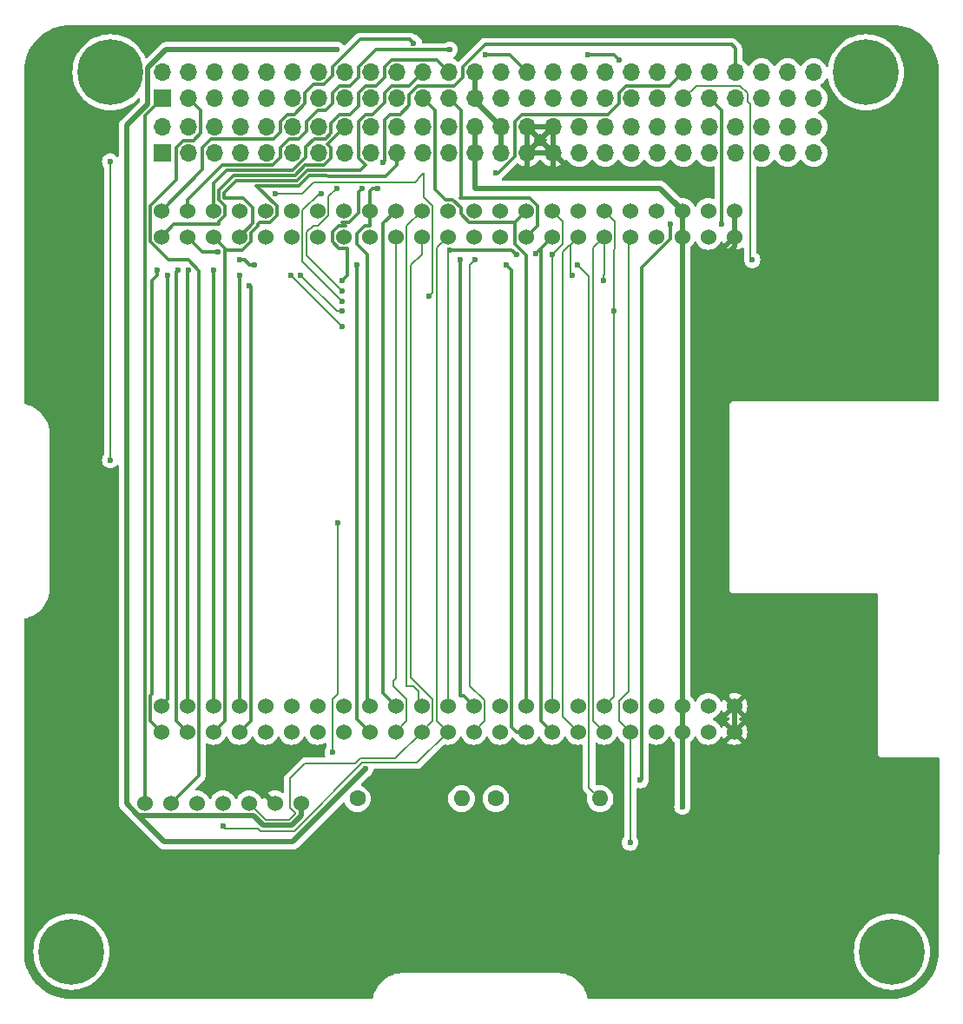
<source format=gbr>
%TF.GenerationSoftware,KiCad,Pcbnew,8.0.2-1*%
%TF.CreationDate,2024-08-26T15:57:13-05:00*%
%TF.ProjectId,BeagleBonePC104,42656167-6c65-4426-9f6e-655043313034,rev?*%
%TF.SameCoordinates,Original*%
%TF.FileFunction,Copper,L2,Bot*%
%TF.FilePolarity,Positive*%
%FSLAX46Y46*%
G04 Gerber Fmt 4.6, Leading zero omitted, Abs format (unit mm)*
G04 Created by KiCad (PCBNEW 8.0.2-1) date 2024-08-26 15:57:13*
%MOMM*%
%LPD*%
G01*
G04 APERTURE LIST*
%TA.AperFunction,ComponentPad*%
%ADD10C,1.524000*%
%TD*%
%TA.AperFunction,ComponentPad*%
%ADD11C,1.600000*%
%TD*%
%TA.AperFunction,ComponentPad*%
%ADD12O,1.600000X1.600000*%
%TD*%
%TA.AperFunction,ComponentPad*%
%ADD13C,6.400000*%
%TD*%
%TA.AperFunction,ComponentPad*%
%ADD14R,1.700000X1.700000*%
%TD*%
%TA.AperFunction,ComponentPad*%
%ADD15O,1.700000X1.700000*%
%TD*%
%TA.AperFunction,ViaPad*%
%ADD16C,0.600000*%
%TD*%
%TA.AperFunction,Conductor*%
%ADD17C,0.500000*%
%TD*%
%TA.AperFunction,Conductor*%
%ADD18C,0.300000*%
%TD*%
%TA.AperFunction,Conductor*%
%ADD19C,0.200000*%
%TD*%
G04 APERTURE END LIST*
D10*
%TO.P,U1,1,GND*%
%TO.N,GND*%
X149770000Y-140960000D03*
X149770000Y-92700000D03*
%TO.P,U1,2,GND*%
X149770000Y-143500000D03*
X149770000Y-95240000D03*
%TO.P,U1,3,DC_3.3V*%
%TO.N,unconnected-(U1-DC_3.3V-Pad3)_0*%
X147230000Y-140960000D03*
%TO.N,unconnected-(U1-DC_3.3V-Pad3)*%
X147230000Y-92700000D03*
%TO.P,U1,4,DC_3.3V*%
%TO.N,unconnected-(U1-DC_3.3V-Pad4)_0*%
X147230000Y-143500000D03*
%TO.N,unconnected-(U1-DC_3.3V-Pad4)*%
X147230000Y-95240000D03*
%TO.P,U1,5,VDD_5V*%
%TO.N,/5V*%
X144690000Y-140960000D03*
X144690000Y-92700000D03*
%TO.P,U1,6,VDD_5V*%
X144690000Y-143500000D03*
X144690000Y-95240000D03*
%TO.P,U1,7,SYS_5V*%
%TO.N,unconnected-(U1-SYS_5V-Pad7)*%
X142150000Y-140960000D03*
%TO.N,unconnected-(U1-SYS_5V-Pad7)_0*%
X142150000Y-92700000D03*
%TO.P,U1,8,SYS_5V*%
%TO.N,unconnected-(U1-SYS_5V-Pad8)*%
X142150000Y-143500000D03*
%TO.N,unconnected-(U1-SYS_5V-Pad8)_0*%
X142150000Y-95240000D03*
%TO.P,U1,9,PWR_BUT*%
%TO.N,unconnected-(U1-PWR_BUT-Pad9)*%
X139610000Y-140960000D03*
%TO.N,unconnected-(U1-PWR_BUT-Pad9)_0*%
X139610000Y-92700000D03*
%TO.P,U1,10,SYS_RESETn*%
%TO.N,/SYS_RESETn*%
X139610000Y-143500000D03*
X139610000Y-95240000D03*
%TO.P,U1,11,GPIO1_13*%
%TO.N,/GPIO1_13*%
X137070000Y-140960000D03*
X137070000Y-92700000D03*
%TO.P,U1,12,GPIO1_12*%
%TO.N,/GPIO1_12*%
X137070000Y-143500000D03*
X137070000Y-95240000D03*
%TO.P,U1,13,EHRPWM2B*%
%TO.N,unconnected-(U1-EHRPWM2B-Pad13)*%
X134530000Y-140960000D03*
%TO.N,unconnected-(U1-EHRPWM2B-Pad13)_0*%
X134530000Y-92700000D03*
%TO.P,U1,14,GPIO0_26*%
%TO.N,/GPIO1_26*%
X134530000Y-143500000D03*
X134530000Y-95240000D03*
%TO.P,U1,15,GPIO1_15*%
%TO.N,/GPIO1_15*%
X131990000Y-140960000D03*
X131990000Y-92700000D03*
%TO.P,U1,16,GPIO1_14*%
%TO.N,/GPIO1_14*%
X131990000Y-143500000D03*
X131990000Y-95240000D03*
%TO.P,U1,17,GPIO0_27*%
%TO.N,/GPIO1_27*%
X129450000Y-140960000D03*
X129450000Y-92700000D03*
%TO.P,U1,18,GPIO2_1*%
%TO.N,/GPIO2_1*%
X129450000Y-143500000D03*
X129450000Y-95240000D03*
%TO.P,U1,19,EHRPWM2A*%
%TO.N,unconnected-(U1-EHRPWM2A-Pad19)*%
X126910000Y-140960000D03*
%TO.N,unconnected-(U1-EHRPWM2A-Pad19)_0*%
X126910000Y-92700000D03*
%TO.P,U1,20,GPIO1_31*%
%TO.N,unconnected-(U1-GPIO1_31-Pad20)_0*%
X126910000Y-143500000D03*
%TO.N,unconnected-(U1-GPIO1_31-Pad20)*%
X126910000Y-95240000D03*
%TO.P,U1,21,UART2_TXD*%
%TO.N,/UART_TX*%
X124370000Y-140960000D03*
X124370000Y-92700000D03*
%TO.P,U1,22,UART2_RXD*%
%TO.N,/UART_RX*%
X124370000Y-143500000D03*
X124370000Y-95240000D03*
%TO.P,U1,23,GPIO1_17*%
%TO.N,/GPIO1_17*%
X121830000Y-140960000D03*
X121830000Y-92700000D03*
%TO.P,U1,24,DCAN1_RX*%
%TO.N,/CAN1_RX*%
X121830000Y-143500000D03*
X121830000Y-95240000D03*
%TO.P,U1,25,GPIO3_21*%
%TO.N,/CAN_SLNT*%
X119290000Y-140960000D03*
X119290000Y-92700000D03*
%TO.P,U1,26,DCAN1_TX*%
%TO.N,/CAN1_TX*%
X119290000Y-143500000D03*
X119290000Y-95240000D03*
%TO.P,U1,27,GPIO2_22*%
%TO.N,/GPI02_22*%
X116750000Y-140960000D03*
X116750000Y-92700000D03*
%TO.P,U1,28,GPIO2_24*%
%TO.N,/GPIO2_24*%
X116750000Y-143500000D03*
X116750000Y-95240000D03*
%TO.P,U1,29,GPIO2_23*%
%TO.N,/GPIO2_23*%
X114210000Y-140960000D03*
X114210000Y-92700000D03*
%TO.P,U1,30,GPIO2_25*%
%TO.N,/GPIO2_25*%
X114210000Y-143500000D03*
X114210000Y-95240000D03*
%TO.P,U1,31,SPI1_SCLK*%
%TO.N,unconnected-(U1-SPI1_SCLK-Pad31)*%
X111670000Y-140960000D03*
%TO.N,unconnected-(U1-SPI1_SCLK-Pad31)_0*%
X111670000Y-92700000D03*
%TO.P,U1,32,UART5_RTSN*%
%TO.N,unconnected-(U1-UART5_RTSN-Pad32)*%
X111670000Y-143500000D03*
%TO.N,unconnected-(U1-UART5_RTSN-Pad32)_0*%
X111670000Y-95240000D03*
%TO.P,U1,33,AIN4*%
%TO.N,unconnected-(U1-AIN4-Pad33)_0*%
X109130000Y-140960000D03*
%TO.N,unconnected-(U1-AIN4-Pad33)*%
X109130000Y-92700000D03*
%TO.P,U1,34,AGND*%
%TO.N,unconnected-(U1-AGND-Pad34)_0*%
X109130000Y-143500000D03*
%TO.N,unconnected-(U1-AGND-Pad34)*%
X109130000Y-95240000D03*
%TO.P,U1,35,AIN6*%
%TO.N,unconnected-(U1-AIN6-Pad35)*%
X106590000Y-140960000D03*
%TO.N,unconnected-(U1-AIN6-Pad35)_0*%
X106590000Y-92700000D03*
%TO.P,U1,36,AIN5*%
%TO.N,unconnected-(U1-AIN5-Pad36)_0*%
X106590000Y-143500000D03*
%TO.N,unconnected-(U1-AIN5-Pad36)*%
X106590000Y-95240000D03*
%TO.P,U1,37,AIN2*%
%TO.N,unconnected-(U1-AIN2-Pad37)*%
X104050000Y-140960000D03*
%TO.N,unconnected-(U1-AIN2-Pad37)_0*%
X104050000Y-92700000D03*
%TO.P,U1,38,AIN3*%
%TO.N,unconnected-(U1-AIN3-Pad38)*%
X104050000Y-143500000D03*
%TO.N,unconnected-(U1-AIN3-Pad38)_0*%
X104050000Y-95240000D03*
%TO.P,U1,39,GPIO2_12*%
%TO.N,/GPIO2_12*%
X101510000Y-140960000D03*
X101510000Y-92700000D03*
%TO.P,U1,40,GPIO2_13*%
%TO.N,/GPIO2_13*%
X101510000Y-143500000D03*
X101510000Y-95240000D03*
%TO.P,U1,41,GPIO2_10*%
%TO.N,/GPIO2_10*%
X98970000Y-140960000D03*
X98970000Y-92700000D03*
%TO.P,U1,42,GPIO0_7*%
%TO.N,/GPIO0_7*%
X98970000Y-143500000D03*
X98970000Y-95240000D03*
%TO.P,U1,43,GPIO2_8*%
%TO.N,/GPIO2_8*%
X96430000Y-140960000D03*
X96430000Y-92700000D03*
%TO.P,U1,44,GPIO2_9*%
%TO.N,/GPIO2_9*%
X96430000Y-143500000D03*
X96430000Y-95240000D03*
%TO.P,U1,45,GPIO2_6*%
%TO.N,/GPIO2_6*%
X93890000Y-140960000D03*
X93890000Y-92700000D03*
%TO.P,U1,46,GPIO2_7*%
%TO.N,/GPIO2_7*%
X93890000Y-143500000D03*
X93890000Y-95240000D03*
%TD*%
D11*
%TO.P,R1,1*%
%TO.N,/5V*%
X113010000Y-150000000D03*
D12*
%TO.P,R1,2*%
%TO.N,/I2C_SCL*%
X123170000Y-150000000D03*
%TD*%
D10*
%TO.P,U3,1,Vcc*%
%TO.N,/3V3*%
X107530000Y-150480000D03*
%TO.P,U3,2,GND*%
%TO.N,GND*%
X104990000Y-150480000D03*
%TO.P,U3,3,RX*%
%TO.N,/CAN1_TX*%
X102450000Y-150480000D03*
%TO.P,U3,4,TX*%
%TO.N,/CAN1_RX*%
X99910000Y-150480000D03*
%TO.P,U3,5,SLNT*%
%TO.N,/CAN_SLNT*%
X97370000Y-150480000D03*
%TO.P,U3,6,CANH*%
%TO.N,/CAN_H*%
X94830000Y-150480000D03*
%TO.P,U3,7,CANL*%
%TO.N,/CAN_L*%
X92290000Y-150480000D03*
%TD*%
D13*
%TO.P,U2,*%
%TO.N,*%
X85110000Y-164932973D03*
X88920000Y-79202973D03*
X162580000Y-79202973D03*
X165120000Y-164932973D03*
D14*
%TO.P,U2,1,CANL1*%
%TO.N,/CAN_L*%
X94000000Y-81742973D03*
D15*
%TO.P,U2,2,CANL2*%
%TO.N,unconnected-(U2-CANL2-Pad2)*%
X94000000Y-79202973D03*
%TO.P,U2,3,CANH1*%
%TO.N,/CAN_H*%
X96540000Y-81742973D03*
%TO.P,U2,4,CANH2*%
%TO.N,unconnected-(U2-CANH2-Pad4)*%
X96540000Y-79202973D03*
%TO.P,U2,5,UART_A_TX*%
%TO.N,unconnected-(U2-UART_A_TX-Pad5)*%
X99080000Y-81742973D03*
%TO.P,U2,6,UART_B_TX*%
%TO.N,unconnected-(U2-UART_B_TX-Pad6)*%
X99080000Y-79202973D03*
%TO.P,U2,7,UART_A_RX*%
%TO.N,unconnected-(U2-UART_A_RX-Pad7)*%
X101620000Y-81742973D03*
%TO.P,U2,8,UART_B_RX*%
%TO.N,unconnected-(U2-UART_B_RX-Pad8)*%
X101620000Y-79202973D03*
%TO.P,U2,9*%
%TO.N,unconnected-(U2-Pad9)*%
X104160000Y-81742973D03*
%TO.P,U2,10*%
%TO.N,unconnected-(U2-Pad10)*%
X104160000Y-79202973D03*
%TO.P,U2,11*%
%TO.N,/GPIO1_13*%
X106700000Y-81742973D03*
%TO.P,U2,12,BGLBON_RST*%
%TO.N,/SYS_RESETn*%
X106700000Y-79202973D03*
%TO.P,U2,13*%
%TO.N,/GPIO1_12*%
X109240000Y-81742973D03*
%TO.P,U2,14*%
%TO.N,unconnected-(U2-Pad14)*%
X109240000Y-79202973D03*
%TO.P,U2,15*%
%TO.N,/GPIO1_26*%
X111780000Y-81742973D03*
%TO.P,U2,16*%
%TO.N,unconnected-(U2-Pad16)*%
X111780000Y-79202973D03*
%TO.P,U2,17*%
%TO.N,/GPIO1_15*%
X114320000Y-81742973D03*
%TO.P,U2,18*%
%TO.N,unconnected-(U2-Pad18)*%
X114320000Y-79202973D03*
%TO.P,U2,19,UART_1_TX*%
%TO.N,unconnected-(U2-UART_1_TX-Pad19)*%
X116860000Y-81742973D03*
%TO.P,U2,20,UART_1_RX*%
%TO.N,unconnected-(U2-UART_1_RX-Pad20)*%
X116860000Y-79202973D03*
%TO.P,U2,21*%
%TO.N,/GPIO1_27*%
X119400000Y-81742973D03*
%TO.P,U2,22*%
%TO.N,/GPIO2_13*%
X119400000Y-79202973D03*
%TO.P,U2,23*%
%TO.N,/GPIO2_1*%
X121940000Y-81742973D03*
%TO.P,U2,24*%
%TO.N,/GPIO2_10*%
X121940000Y-79202973D03*
%TO.P,U2,25,3V3_MAIN*%
%TO.N,/3V3*%
X124480000Y-81742973D03*
%TO.P,U2,26,3V3_MAIN*%
X124480000Y-79202973D03*
%TO.P,U2,27*%
%TO.N,/GPIO1_29*%
X127020000Y-81742973D03*
%TO.P,U2,28*%
%TO.N,/GPIO2_11*%
X127020000Y-79202973D03*
%TO.P,U2,29*%
%TO.N,/GPI02_22*%
X129560000Y-81742973D03*
%TO.P,U2,30*%
%TO.N,/GPIO2_8*%
X129560000Y-79202973D03*
%TO.P,U2,31,CHARGE*%
%TO.N,unconnected-(U2-CHARGE-Pad31)*%
X132100000Y-81742973D03*
%TO.P,U2,32,CHARGE*%
%TO.N,unconnected-(U2-CHARGE-Pad32)*%
X132100000Y-79202973D03*
%TO.P,U2,33,GNSS_UART_TX*%
%TO.N,/UART_TX*%
X134640000Y-81742973D03*
%TO.P,U2,34*%
%TO.N,/GPIO2_9*%
X134640000Y-79202973D03*
%TO.P,U2,35,GNSS_UART_RX*%
%TO.N,/UART_RX*%
X137180000Y-81742973D03*
%TO.P,U2,36*%
%TO.N,/GPIO2_6*%
X137180000Y-79202973D03*
%TO.P,U2,37,CAN_H*%
%TO.N,unconnected-(U2-CAN_H-Pad37)*%
X139720000Y-81742973D03*
%TO.P,U2,38,CAN_L*%
%TO.N,unconnected-(U2-CAN_L-Pad38)*%
X139720000Y-79202973D03*
%TO.P,U2,39*%
%TO.N,unconnected-(U2-Pad39)*%
X142260000Y-81742973D03*
%TO.P,U2,40*%
%TO.N,unconnected-(U2-Pad40)*%
X142260000Y-79202973D03*
%TO.P,U2,41,I2C1_SDA*%
%TO.N,/I2C_SDA*%
X144800000Y-81742973D03*
%TO.P,U2,42*%
%TO.N,/GPIO2_25*%
X144800000Y-79202973D03*
%TO.P,U2,43,I2C1_SCL*%
%TO.N,/I2C_SCL*%
X147340000Y-81742973D03*
%TO.P,U2,44*%
%TO.N,/GPIO2_12*%
X147340000Y-79202973D03*
%TO.P,U2,45*%
%TO.N,/GPIO2_24*%
X149880000Y-81742973D03*
%TO.P,U2,46*%
%TO.N,/GPIO2_23*%
X149880000Y-79202973D03*
%TO.P,U2,47*%
%TO.N,unconnected-(U2-Pad47)*%
X152420000Y-81742973D03*
%TO.P,U2,48*%
%TO.N,unconnected-(U2-Pad48)*%
X152420000Y-79202973D03*
%TO.P,U2,49*%
%TO.N,unconnected-(U2-Pad49)*%
X154960000Y-81742973D03*
%TO.P,U2,50*%
%TO.N,unconnected-(U2-Pad50)*%
X154960000Y-79202973D03*
%TO.P,U2,51*%
%TO.N,unconnected-(U2-Pad51)*%
X157500000Y-81742973D03*
%TO.P,U2,52*%
%TO.N,unconnected-(U2-Pad52)*%
X157500000Y-79202973D03*
%TD*%
D11*
%TO.P,R2,1*%
%TO.N,/5V*%
X126510000Y-150000000D03*
D12*
%TO.P,R2,2*%
%TO.N,/I2C_SDA*%
X136670000Y-150000000D03*
%TD*%
D14*
%TO.P,U4,1,TEMP_1*%
%TO.N,/FC_TEMP*%
X94012500Y-87040000D03*
D15*
%TO.P,U4,2,TEMP_2*%
%TO.N,unconnected-(U4-TEMP_2-Pad2)*%
X94012500Y-84500000D03*
%TO.P,U4,3,TEMP_3*%
%TO.N,unconnected-(U4-TEMP_3-Pad3)*%
X96552500Y-87040000D03*
%TO.P,U4,4,TEMP_4*%
%TO.N,unconnected-(U4-TEMP_4-Pad4)*%
X96552500Y-84500000D03*
%TO.P,U4,5,TEMP_5*%
%TO.N,unconnected-(U4-TEMP_5-Pad5)*%
X99092500Y-87040000D03*
%TO.P,U4,6,TEMP_6*%
%TO.N,unconnected-(U4-TEMP_6-Pad6)*%
X99092500Y-84500000D03*
%TO.P,U4,7,TEMP_7*%
%TO.N,unconnected-(U4-TEMP_7-Pad7)*%
X101632500Y-87040000D03*
%TO.P,U4,8,TEMP_8*%
%TO.N,unconnected-(U4-TEMP_8-Pad8)*%
X101632500Y-84500000D03*
%TO.P,U4,9,TEMP_9*%
%TO.N,unconnected-(U4-TEMP_9-Pad9)*%
X104172500Y-87040000D03*
%TO.P,U4,10,TEMP_10*%
%TO.N,unconnected-(U4-TEMP_10-Pad10)*%
X104172500Y-84500000D03*
%TO.P,U4,11,TEMP_11*%
%TO.N,unconnected-(U4-TEMP_11-Pad11)*%
X106712500Y-87040000D03*
%TO.P,U4,12,TEMP_12*%
%TO.N,unconnected-(U4-TEMP_12-Pad12)*%
X106712500Y-84500000D03*
%TO.P,U4,13,TEMP_13*%
%TO.N,unconnected-(U4-TEMP_13-Pad13)*%
X109252500Y-87040000D03*
%TO.P,U4,14,TEMP_14*%
%TO.N,unconnected-(U4-TEMP_14-Pad14)*%
X109252500Y-84500000D03*
%TO.P,U4,15,TEMP_15*%
%TO.N,unconnected-(U4-TEMP_15-Pad15)*%
X111792500Y-87040000D03*
%TO.P,U4,16*%
%TO.N,/GPIO2_7*%
X111792500Y-84500000D03*
%TO.P,U4,17*%
%TO.N,/GPIO1_14*%
X114332500Y-87040000D03*
%TO.P,U4,18,ADCS_ENABLE*%
%TO.N,unconnected-(U4-ADCS_ENABLE-Pad18)*%
X114332500Y-84500000D03*
%TO.P,U4,19*%
%TO.N,/GPIO0_7*%
X116872500Y-87040000D03*
%TO.P,U4,20,ADCS_BOOT*%
%TO.N,unconnected-(U4-ADCS_BOOT-Pad20)*%
X116872500Y-84500000D03*
%TO.P,U4,21*%
%TO.N,/GPIO3_20*%
X119412500Y-87040000D03*
%TO.P,U4,22*%
%TO.N,/GPIO3_19*%
X119412500Y-84500000D03*
%TO.P,U4,23,5V_MAIN_STAT*%
%TO.N,unconnected-(U4-5V_MAIN_STAT-Pad23)*%
X121952500Y-87040000D03*
%TO.P,U4,24,3.3V_MAIN_STAT*%
%TO.N,unconnected-(U4-3.3V_MAIN_STAT-Pad24)*%
X121952500Y-84500000D03*
%TO.P,U4,25,5V_MAIN*%
%TO.N,/5V*%
X124492500Y-87040000D03*
%TO.P,U4,26,5V_MAIN*%
X124492500Y-84500000D03*
%TO.P,U4,27,3V3_MAIN*%
%TO.N,/3V3*%
X127032500Y-87040000D03*
%TO.P,U4,28,3V3_MAIN*%
X127032500Y-84500000D03*
%TO.P,U4,29,GND*%
%TO.N,GND*%
X129572500Y-87040000D03*
%TO.P,U4,30,GND*%
X129572500Y-84500000D03*
%TO.P,U4,31,GND*%
X132112500Y-87040000D03*
%TO.P,U4,32,GND*%
X132112500Y-84500000D03*
%TO.P,U4,33,PLOD_STAT_1*%
%TO.N,unconnected-(U4-PLOD_STAT_1-Pad33)*%
X134652500Y-87040000D03*
%TO.P,U4,34,PLOD_STAT_2*%
%TO.N,unconnected-(U4-PLOD_STAT_2-Pad34)*%
X134652500Y-84500000D03*
%TO.P,U4,35,PLOD_STAT_3*%
%TO.N,unconnected-(U4-PLOD_STAT_3-Pad35)*%
X137192500Y-87040000D03*
%TO.P,U4,36,PLOD_STAT_4*%
%TO.N,unconnected-(U4-PLOD_STAT_4-Pad36)*%
X137192500Y-84500000D03*
%TO.P,U4,37,PLOD_STAT_5*%
%TO.N,unconnected-(U4-PLOD_STAT_5-Pad37)*%
X139732500Y-87040000D03*
%TO.P,U4,38,PLOD_COMP_RST*%
%TO.N,unconnected-(U4-PLOD_COMP_RST-Pad38)*%
X139732500Y-84500000D03*
%TO.P,U4,39*%
%TO.N,unconnected-(U4-Pad39)*%
X142272500Y-87040000D03*
%TO.P,U4,40*%
%TO.N,/GPIO1_16*%
X142272500Y-84500000D03*
%TO.P,U4,41,BURN_ENABLE_1*%
%TO.N,unconnected-(U4-BURN_ENABLE_1-Pad41)*%
X144812500Y-87040000D03*
%TO.P,U4,42,BURN_ENABLE_2*%
%TO.N,unconnected-(U4-BURN_ENABLE_2-Pad42)*%
X144812500Y-84500000D03*
%TO.P,U4,43*%
%TO.N,/GPIO1_28*%
X147352500Y-87040000D03*
%TO.P,U4,44*%
%TO.N,/GPIO1_17*%
X147352500Y-84500000D03*
%TO.P,U4,45,V_BAT*%
%TO.N,unconnected-(U4-V_BAT-Pad45)*%
X149892500Y-87040000D03*
%TO.P,U4,46,V_BAT*%
%TO.N,unconnected-(U4-V_BAT-Pad46)*%
X149892500Y-84500000D03*
%TO.P,U4,47,BATT_V_SENS*%
%TO.N,unconnected-(U4-BATT_V_SENS-Pad47)*%
X152432500Y-87040000D03*
%TO.P,U4,48,V_BAT*%
%TO.N,unconnected-(U4-V_BAT-Pad48)*%
X152432500Y-84500000D03*
%TO.P,U4,49,BATT_CUR_IN*%
%TO.N,unconnected-(U4-BATT_CUR_IN-Pad49)*%
X154972500Y-87040000D03*
%TO.P,U4,50*%
%TO.N,/CAN_SNLT*%
X154972500Y-84500000D03*
%TO.P,U4,51,BATT_CUR_OUT*%
%TO.N,unconnected-(U4-BATT_CUR_OUT-Pad51)*%
X157512500Y-87040000D03*
%TO.P,U4,52,BURN_FET*%
%TO.N,unconnected-(U4-BURN_FET-Pad52)*%
X157512500Y-84500000D03*
%TD*%
D16*
%TO.N,/5V*%
X144700000Y-150800000D03*
%TO.N,/I2C_SCL*%
X148500000Y-94000000D03*
X140600000Y-148200000D03*
X143500000Y-94000000D03*
%TO.N,/I2C_SDA*%
X134500000Y-98000000D03*
X151500000Y-97500000D03*
%TO.N,/GPIO2_1*%
X127500000Y-98000000D03*
%TO.N,/SYS_RESETn*%
X105000000Y-91000000D03*
X120000000Y-101000000D03*
X139610000Y-154300000D03*
%TO.N,/UART_TX*%
X123000000Y-97500000D03*
%TO.N,/GPIO2_12*%
X101500000Y-99000000D03*
X138500000Y-78000000D03*
X135500000Y-77500000D03*
%TO.N,GND*%
X144500000Y-89500000D03*
%TO.N,/GPIO2_23*%
X115000000Y-90500000D03*
X115500000Y-88000000D03*
%TO.N,/GPIO2_8*%
X96500000Y-98500000D03*
X122000000Y-77000000D03*
X125500000Y-77500000D03*
%TO.N,/GPIO2_10*%
X99000000Y-98500000D03*
%TO.N,/CAN1_RX*%
X99900000Y-152700000D03*
%TO.N,/UART_RX*%
X124500000Y-97500000D03*
%TO.N,/GPIO2_6*%
X94500000Y-99000000D03*
X118500000Y-76350000D03*
%TO.N,/GPIO2_7*%
X93500000Y-98500000D03*
%TO.N,/GPIO1_13*%
X138000000Y-102500000D03*
X106500000Y-99000000D03*
X111500000Y-104000000D03*
%TO.N,/GPIO2_9*%
X99432000Y-96716000D03*
X95500000Y-98500000D03*
%TO.N,/GPIO2_25*%
X126500000Y-89000000D03*
X113000000Y-98000000D03*
%TO.N,/GPIO1_15*%
X111000000Y-90500000D03*
X111500000Y-100500000D03*
X132000000Y-97000000D03*
%TO.N,/GPIO2_13*%
X101500000Y-97500000D03*
X102500000Y-100000000D03*
X103000000Y-98000000D03*
%TO.N,/GPIO1_12*%
X137000000Y-99500000D03*
X107500000Y-99000000D03*
X111500000Y-102500000D03*
%TO.N,/GPIO1_17*%
X128500000Y-97000000D03*
X122000000Y-96500000D03*
%TO.N,/GPIO1_26*%
X134000000Y-99000000D03*
X111500000Y-101500000D03*
X109500000Y-91000000D03*
%TO.N,/GPIO1_14*%
X113500000Y-90500000D03*
X130365000Y-96865000D03*
X111500000Y-99500000D03*
%TO.N,/3V3*%
X110600000Y-145500000D03*
X113800000Y-147100000D03*
X111000000Y-77000000D03*
X111100000Y-123100000D03*
%TO.N,/FC_TEMP*%
X88900000Y-87900000D03*
X88900000Y-117000000D03*
%TD*%
D17*
%TO.N,/5V*%
X144700000Y-150800000D02*
X144690000Y-150790000D01*
X142490000Y-90500000D02*
X144250000Y-92260000D01*
X124500000Y-90500000D02*
X142490000Y-90500000D01*
X144690000Y-143500000D02*
X144690000Y-95240000D01*
X144690000Y-150790000D02*
X144690000Y-143500000D01*
X124492500Y-87040000D02*
X124492500Y-90492500D01*
X144690000Y-95240000D02*
X144690000Y-92700000D01*
X124492500Y-87040000D02*
X124492500Y-84500000D01*
X124492500Y-90492500D02*
X124500000Y-90500000D01*
X142490000Y-90500000D02*
X144690000Y-92700000D01*
X126510000Y-150000000D02*
X126500000Y-150000000D01*
D18*
%TO.N,/I2C_SCL*%
X148552500Y-87537057D02*
X148552500Y-82942500D01*
X143500000Y-95462606D02*
X143500000Y-94000000D01*
X140722000Y-98240606D02*
X143500000Y-95462606D01*
X148500000Y-94000000D02*
X148500000Y-87589557D01*
X148552500Y-82942500D02*
X147340000Y-81730000D01*
X148500000Y-87589557D02*
X148552500Y-87537057D01*
X140722000Y-148078000D02*
X140722000Y-98240606D01*
X140600000Y-148200000D02*
X140722000Y-148078000D01*
D19*
%TO.N,/I2C_SDA*%
X150276346Y-80500000D02*
X146030000Y-80500000D01*
X135608000Y-148938000D02*
X135608000Y-99108000D01*
X136670000Y-150000000D02*
X135608000Y-148938000D01*
X151282500Y-97282500D02*
X151282500Y-82282500D01*
X146030000Y-80500000D02*
X144800000Y-81730000D01*
X151030000Y-82030000D02*
X151030000Y-81253654D01*
X151030000Y-81253654D02*
X150276346Y-80500000D01*
X151500000Y-97500000D02*
X151282500Y-97282500D01*
X151282500Y-82282500D02*
X151030000Y-82030000D01*
X135608000Y-99108000D02*
X134500000Y-98000000D01*
D18*
%TO.N,/GPIO2_1*%
X128500000Y-143500000D02*
X129450000Y-143500000D01*
X127500000Y-98000000D02*
X128022000Y-98522000D01*
X129822606Y-91500000D02*
X130562000Y-92239394D01*
X123152500Y-91347500D02*
X123000000Y-91500000D01*
X128022000Y-142978000D02*
X128000000Y-143000000D01*
X130562000Y-94128000D02*
X129450000Y-95240000D01*
X130562000Y-92239394D02*
X130562000Y-94128000D01*
X123152500Y-82942500D02*
X123152500Y-91347500D01*
X121940000Y-81730000D02*
X123152500Y-82942500D01*
X128000000Y-143000000D02*
X128500000Y-143500000D01*
X128022000Y-98522000D02*
X128022000Y-142978000D01*
X123000000Y-91500000D02*
X129822606Y-91500000D01*
D19*
%TO.N,/GPIO2_24*%
X116750000Y-138250000D02*
X116750000Y-95240000D01*
X116750000Y-143500000D02*
X117812000Y-142438000D01*
X116500000Y-138500000D02*
X116750000Y-138250000D01*
X116500000Y-139000000D02*
X116500000Y-138500000D01*
X117812000Y-140312000D02*
X116500000Y-139000000D01*
X117812000Y-142438000D02*
X117812000Y-140312000D01*
%TO.N,/SYS_RESETn*%
X108767895Y-89900000D02*
X118600000Y-89900000D01*
X139500000Y-139568105D02*
X138548000Y-140520105D01*
X107667895Y-91000000D02*
X108767895Y-89900000D01*
X119500000Y-89000000D02*
X119500000Y-91408105D01*
X120352000Y-92260105D02*
X120352000Y-100648000D01*
X139500000Y-95400000D02*
X139500000Y-139568105D01*
X139610000Y-154300000D02*
X139610000Y-143500000D01*
X118600000Y-89900000D02*
X119250000Y-89250000D01*
X119500000Y-91408105D02*
X120352000Y-92260105D01*
X138548000Y-142438000D02*
X139610000Y-143500000D01*
X105000000Y-91000000D02*
X107667895Y-91000000D01*
X139610000Y-95240000D02*
X139610000Y-95290000D01*
X120352000Y-100648000D02*
X120000000Y-101000000D01*
X139610000Y-95290000D02*
X139500000Y-95400000D01*
X119250000Y-89250000D02*
X119500000Y-89000000D01*
X138548000Y-140520105D02*
X138548000Y-142438000D01*
D18*
%TO.N,/UART_TX*%
X123410000Y-140000000D02*
X124370000Y-140960000D01*
X123000000Y-97500000D02*
X123000000Y-140000000D01*
X123000000Y-140000000D02*
X123410000Y-140000000D01*
%TO.N,/GPIO2_12*%
X101500000Y-99000000D02*
X101510000Y-99010000D01*
X101510000Y-99010000D02*
X101510000Y-140960000D01*
X135500000Y-77500000D02*
X138000000Y-77500000D01*
X138500000Y-78000000D02*
X138490000Y-77990000D01*
X138000000Y-77500000D02*
X138500000Y-78000000D01*
D17*
%TO.N,GND*%
X132112500Y-87040000D02*
X129572500Y-87040000D01*
X149770000Y-96230000D02*
X149000000Y-97000000D01*
X132112500Y-87040000D02*
X129572500Y-84500000D01*
X149770000Y-140960000D02*
X149770000Y-143500000D01*
X129572500Y-87040000D02*
X132112500Y-84500000D01*
X132112500Y-84500000D02*
X132112500Y-87040000D01*
X129572500Y-84500000D02*
X132112500Y-84500000D01*
X149770000Y-95240000D02*
X149770000Y-96230000D01*
X149000000Y-140190000D02*
X149770000Y-140960000D01*
X149000000Y-97000000D02*
X149000000Y-140190000D01*
X134572500Y-89500000D02*
X132112500Y-87040000D01*
X149770000Y-92700000D02*
X149770000Y-95240000D01*
X129572500Y-87040000D02*
X129572500Y-84500000D01*
X144500000Y-89500000D02*
X134572500Y-89500000D01*
D19*
%TO.N,/CAN_SLNT*%
X119000000Y-139565686D02*
X119000000Y-140670000D01*
X119290000Y-92700000D02*
X117812000Y-94178000D01*
X117812000Y-94178000D02*
X117812000Y-139000000D01*
X117812000Y-139000000D02*
X118434314Y-139000000D01*
X118434314Y-139000000D02*
X119000000Y-139565686D01*
X119000000Y-140670000D02*
X119290000Y-140960000D01*
D18*
%TO.N,/GPIO2_23*%
X114210000Y-94128000D02*
X113749394Y-94128000D01*
X112955000Y-95955000D02*
X114000000Y-97000000D01*
X114210000Y-92700000D02*
X114210000Y-90790000D01*
X114210000Y-90790000D02*
X114500000Y-90500000D01*
X122437057Y-80530000D02*
X118902943Y-80530000D01*
X114500000Y-90500000D02*
X115000000Y-90500000D01*
X123280000Y-79687057D02*
X122437057Y-80530000D01*
X118072500Y-81360443D02*
X118072500Y-82427500D01*
X116200000Y-83300000D02*
X115672500Y-83827500D01*
X114210000Y-92700000D02*
X114210000Y-94128000D01*
X115672500Y-83827500D02*
X115672500Y-87537057D01*
X125472943Y-76500000D02*
X123280000Y-78692943D01*
X114210000Y-92290000D02*
X114210000Y-92700000D01*
X149880000Y-79190000D02*
X149880000Y-76880000D01*
X112955000Y-94922394D02*
X112955000Y-95955000D01*
X113749394Y-94128000D02*
X112955000Y-94922394D01*
X115672500Y-87827500D02*
X115500000Y-88000000D01*
X149880000Y-76880000D02*
X149500000Y-76500000D01*
X149500000Y-76500000D02*
X125472943Y-76500000D01*
X123280000Y-78692943D02*
X123280000Y-79687057D01*
X114000000Y-97000000D02*
X114000000Y-141500000D01*
X118072500Y-82427500D02*
X117200000Y-83300000D01*
X117200000Y-83300000D02*
X116200000Y-83300000D01*
X114000000Y-141500000D02*
X114210000Y-141290000D01*
X115672500Y-87537057D02*
X115672500Y-87827500D01*
X118902943Y-80530000D02*
X118072500Y-81360443D01*
%TO.N,/GPIO2_8*%
X113120000Y-79687057D02*
X113120000Y-78692943D01*
X96430000Y-140960000D02*
X96430000Y-98570000D01*
X105512500Y-86542943D02*
X106355443Y-85700000D01*
X113120000Y-78692943D02*
X114812943Y-77000000D01*
X114812943Y-77000000D02*
X122000000Y-77000000D01*
X112277057Y-80530000D02*
X113120000Y-79687057D01*
X111282943Y-80530000D02*
X112277057Y-80530000D01*
X110580000Y-81232943D02*
X111282943Y-80530000D01*
X96430000Y-98570000D02*
X96500000Y-98500000D01*
X99812370Y-88240000D02*
X104760000Y-88240000D01*
X104760000Y-88240000D02*
X105512500Y-87487500D01*
X107300000Y-85700000D02*
X108052500Y-84947500D01*
X108052500Y-84947500D02*
X108052500Y-84002943D01*
X96430000Y-92700000D02*
X96430000Y-91622370D01*
X110580000Y-82227057D02*
X110580000Y-81232943D01*
X105512500Y-87487500D02*
X105512500Y-86542943D01*
X108052500Y-84002943D02*
X109125443Y-82930000D01*
X96430000Y-91622370D02*
X99812370Y-88240000D01*
X106355443Y-85700000D02*
X107300000Y-85700000D01*
X125500000Y-77500000D02*
X127870000Y-77500000D01*
X109877057Y-82930000D02*
X110580000Y-82227057D01*
X109125443Y-82930000D02*
X109877057Y-82930000D01*
X127870000Y-77500000D02*
X129560000Y-79190000D01*
%TO.N,/GPIO2_10*%
X98970000Y-92700000D02*
X98970000Y-90030000D01*
X120740000Y-77990000D02*
X121940000Y-79190000D01*
X116362943Y-77990000D02*
X120740000Y-77990000D01*
X99000000Y-98500000D02*
X98970000Y-98530000D01*
X115660000Y-79687057D02*
X115660000Y-78692943D01*
X109885394Y-85700000D02*
X110452500Y-85132894D01*
X98970000Y-92970000D02*
X99000000Y-93000000D01*
X108800000Y-85700000D02*
X109885394Y-85700000D01*
X108000000Y-87449557D02*
X108000000Y-86500000D01*
X110452500Y-84142943D02*
X111295443Y-83300000D01*
X113822943Y-80530000D02*
X114817057Y-80530000D01*
X114817057Y-80530000D02*
X115660000Y-79687057D01*
X111295443Y-83300000D02*
X112289557Y-83300000D01*
X98970000Y-90030000D02*
X100260000Y-88740000D01*
X110452500Y-85132894D02*
X110452500Y-84142943D01*
X113120000Y-81232943D02*
X113822943Y-80530000D01*
X100260000Y-88740000D02*
X106709557Y-88740000D01*
X112289557Y-83300000D02*
X113120000Y-82469557D01*
X98970000Y-92700000D02*
X98970000Y-92970000D01*
X108000000Y-86500000D02*
X108800000Y-85700000D01*
X115660000Y-78692943D02*
X116362943Y-77990000D01*
X98970000Y-98530000D02*
X98970000Y-140960000D01*
X106709557Y-88740000D02*
X108000000Y-87449557D01*
X113120000Y-82469557D02*
X113120000Y-81232943D01*
D19*
%TO.N,/CAN1_RX*%
X120768000Y-142438000D02*
X121830000Y-143500000D01*
X103314364Y-152900000D02*
X103575416Y-153161052D01*
X120768000Y-96302000D02*
X120768000Y-142438000D01*
X121830000Y-95240000D02*
X120768000Y-96302000D01*
X103575416Y-153161052D02*
X106838948Y-153161052D01*
X113500000Y-146500000D02*
X118830000Y-146500000D01*
X106838948Y-153161052D02*
X113500000Y-146500000D01*
X118830000Y-146500000D02*
X121830000Y-143500000D01*
X100100000Y-152900000D02*
X103314364Y-152900000D01*
X99900000Y-152700000D02*
X100100000Y-152900000D01*
%TO.N,/UART_RX*%
X125432000Y-142438000D02*
X125432000Y-140432000D01*
X124000000Y-139000000D02*
X124000000Y-98000000D01*
X125432000Y-140432000D02*
X124000000Y-139000000D01*
X124370000Y-143500000D02*
X125432000Y-142438000D01*
X124000000Y-98000000D02*
X124500000Y-97500000D01*
D18*
%TO.N,/GPIO2_6*%
X98735443Y-85700000D02*
X97892500Y-86542943D01*
X107900000Y-81232943D02*
X107900000Y-82227057D01*
X93890000Y-140960000D02*
X94500000Y-140350000D01*
X105512500Y-84002943D02*
X105512500Y-84997057D01*
X106827057Y-83300000D02*
X106215443Y-83300000D01*
X94500000Y-140350000D02*
X94500000Y-99000000D01*
X110580000Y-78692943D02*
X110580000Y-79547057D01*
X110580000Y-79547057D02*
X109737057Y-80390000D01*
X104809557Y-85700000D02*
X98735443Y-85700000D01*
X97892500Y-88697500D02*
X93890000Y-92700000D01*
X106215443Y-83300000D02*
X105512500Y-84002943D01*
X113272943Y-76000000D02*
X110580000Y-78692943D01*
X118500000Y-76350000D02*
X118150000Y-76000000D01*
X105512500Y-84997057D02*
X104809557Y-85700000D01*
X108742943Y-80390000D02*
X107900000Y-81232943D01*
X118150000Y-76000000D02*
X113272943Y-76000000D01*
X97892500Y-86542943D02*
X97892500Y-88697500D01*
X107900000Y-82227057D02*
X106827057Y-83300000D01*
X109737057Y-80390000D02*
X108742943Y-80390000D01*
%TO.N,/GPIO2_7*%
X99500000Y-90707106D02*
X99500000Y-91657394D01*
X109749557Y-88240000D02*
X107916663Y-88240000D01*
X99500000Y-91657394D02*
X100082000Y-92239394D01*
X107916663Y-88240000D02*
X106916663Y-89240000D01*
X100082000Y-93160606D02*
X99500000Y-93742606D01*
X99500000Y-94000000D02*
X95130000Y-94000000D01*
X92778000Y-139999394D02*
X93000000Y-139777394D01*
X110101028Y-86191472D02*
X110452500Y-86542943D01*
X93890000Y-143500000D02*
X92778000Y-142388000D01*
X92778000Y-142388000D02*
X92778000Y-139999394D01*
X106916663Y-89240000D02*
X100967106Y-89240000D01*
X93500000Y-99000000D02*
X93500000Y-98500000D01*
X100082000Y-92239394D02*
X100082000Y-93160606D01*
X93000000Y-99500000D02*
X93500000Y-99000000D01*
X99500000Y-93742606D02*
X99500000Y-94000000D01*
X110452500Y-87537057D02*
X109749557Y-88240000D01*
X100967106Y-89240000D02*
X99500000Y-90707106D01*
X93000000Y-139777394D02*
X93000000Y-99500000D01*
X111792500Y-84500000D02*
X110101028Y-86191472D01*
X95130000Y-94000000D02*
X93890000Y-95240000D01*
X110452500Y-86542943D02*
X110452500Y-87537057D01*
D19*
%TO.N,/GPIO1_13*%
X138000000Y-140030000D02*
X137070000Y-140960000D01*
X138000000Y-96500000D02*
X138000000Y-140030000D01*
X137070000Y-92700000D02*
X138132000Y-93762000D01*
X106500000Y-99000000D02*
X111500000Y-104000000D01*
X138132000Y-96368000D02*
X138000000Y-96500000D01*
X138132000Y-93762000D02*
X138132000Y-96368000D01*
D18*
%TO.N,/GPIO1_27*%
X120612500Y-90612500D02*
X121588000Y-91588000D01*
X129450000Y-92700000D02*
X128338000Y-93812000D01*
X129500000Y-140910000D02*
X129450000Y-140960000D01*
X119400000Y-81730000D02*
X120612500Y-82942500D01*
X123097394Y-93000000D02*
X123909394Y-93812000D01*
X121588000Y-91588000D02*
X122290606Y-91588000D01*
X123909394Y-93812000D02*
X128338000Y-93812000D01*
X123097394Y-92394788D02*
X123097394Y-93000000D01*
X128338000Y-95918761D02*
X129500000Y-97080761D01*
X128338000Y-93812000D02*
X128338000Y-95918761D01*
X129500000Y-97080761D02*
X129500000Y-140910000D01*
X120612500Y-82942500D02*
X120612500Y-90612500D01*
X122290606Y-91588000D02*
X123097394Y-92394788D01*
%TO.N,/GPIO2_9*%
X95500000Y-98500000D02*
X95318000Y-98682000D01*
X95318000Y-98682000D02*
X95318000Y-142388000D01*
X96430000Y-143500000D02*
X96500000Y-143500000D01*
X97906000Y-96716000D02*
X96430000Y-95240000D01*
X99432000Y-96716000D02*
X97906000Y-96716000D01*
X95318000Y-142388000D02*
X96430000Y-143500000D01*
%TO.N,/GPIO2_25*%
X129075443Y-83300000D02*
X128372500Y-84002943D01*
X113000000Y-142290000D02*
X114210000Y-143500000D01*
X113000000Y-98000000D02*
X113000000Y-142290000D01*
X126769557Y-89000000D02*
X126500000Y-89000000D01*
X138520000Y-81232943D02*
X138520000Y-82227057D01*
X138520000Y-82227057D02*
X137447057Y-83300000D01*
X143460000Y-80530000D02*
X139222943Y-80530000D01*
X144800000Y-79190000D02*
X143460000Y-80530000D01*
X139222943Y-80530000D02*
X138520000Y-81232943D01*
X128372500Y-87397057D02*
X126769557Y-89000000D01*
X128372500Y-84002943D02*
X128372500Y-87397057D01*
X137447057Y-83300000D02*
X129075443Y-83300000D01*
D19*
%TO.N,/GPIO1_15*%
X133052000Y-93762000D02*
X133052000Y-95948000D01*
X111000000Y-90500000D02*
X110192000Y-91308000D01*
X109153895Y-94178000D02*
X108690105Y-94178000D01*
X110192000Y-91308000D02*
X110192000Y-93139895D01*
X108690105Y-94178000D02*
X108068000Y-94800105D01*
X131990000Y-97010000D02*
X131990000Y-140960000D01*
X131990000Y-92700000D02*
X133052000Y-93762000D01*
X108068000Y-94800105D02*
X108068000Y-97068000D01*
X108068000Y-97068000D02*
X111500000Y-100500000D01*
X109153895Y-94178000D02*
X110192000Y-93139895D01*
X133052000Y-95948000D02*
X132000000Y-97000000D01*
X132000000Y-97000000D02*
X131990000Y-97010000D01*
D18*
%TO.N,/GPIO0_7*%
X102622000Y-94835106D02*
X102622000Y-95700606D01*
X116872500Y-88242081D02*
X115744581Y-89370000D01*
X110130000Y-89370000D02*
X110000000Y-89240000D01*
X116872500Y-87040000D02*
X116872500Y-88242081D01*
X103310606Y-94146500D02*
X102622000Y-94835106D01*
X104510606Y-93812000D02*
X103498606Y-93812000D01*
X101822606Y-96500000D02*
X100230000Y-96500000D01*
X102622000Y-95700606D02*
X101822606Y-96500000D01*
X100230000Y-96500000D02*
X100082000Y-96352000D01*
X98970000Y-143500000D02*
X100082000Y-142388000D01*
X100082000Y-96352000D02*
X98970000Y-95240000D01*
X103498606Y-93812000D02*
X103310606Y-94000000D01*
X108330875Y-89240000D02*
X107330875Y-90240000D01*
X105162000Y-92239394D02*
X105162000Y-93160606D01*
X103310606Y-94000000D02*
X103310606Y-94146500D01*
X103162606Y-90240000D02*
X105162000Y-92239394D01*
X107330875Y-90240000D02*
X103162606Y-90240000D01*
X105162000Y-93160606D02*
X104510606Y-93812000D01*
X110000000Y-89240000D02*
X108330875Y-89240000D01*
X100082000Y-142388000D02*
X100082000Y-96352000D01*
X115744581Y-89370000D02*
X110130000Y-89370000D01*
%TO.N,/GPI02_22*%
X115500000Y-93950000D02*
X115500000Y-139710000D01*
X115500000Y-139710000D02*
X116750000Y-140960000D01*
X116750000Y-92700000D02*
X115500000Y-93950000D01*
%TO.N,/GPIO2_13*%
X102810606Y-93939394D02*
X101510000Y-95240000D01*
X113132500Y-84002943D02*
X113132500Y-87537057D01*
X103000000Y-98000000D02*
X102500000Y-98000000D01*
X114500000Y-83300000D02*
X113835443Y-83300000D01*
X102500000Y-98000000D02*
X102000000Y-97500000D01*
X118060000Y-80530000D02*
X116362943Y-80530000D01*
X102810606Y-92428000D02*
X102810606Y-93939394D01*
X100000000Y-90914212D02*
X100000000Y-91450288D01*
X119400000Y-79190000D02*
X118060000Y-80530000D01*
X100000000Y-91450288D02*
X101832894Y-91450288D01*
X101832894Y-91450288D02*
X102810606Y-92428000D01*
X113335443Y-88740000D02*
X108123769Y-88740000D01*
X101174212Y-89740000D02*
X100000000Y-90914212D01*
X102000000Y-97500000D02*
X101500000Y-97500000D01*
X116362943Y-80530000D02*
X115660000Y-81232943D01*
X102622000Y-100122000D02*
X102500000Y-100000000D01*
X107123769Y-89740000D02*
X101174212Y-89740000D01*
X102622000Y-142388000D02*
X102622000Y-100122000D01*
X115660000Y-82140000D02*
X114500000Y-83300000D01*
X113132500Y-87537057D02*
X113835443Y-88240000D01*
X113835443Y-83300000D02*
X113132500Y-84002943D01*
X108123769Y-88740000D02*
X107123769Y-89740000D01*
X113835443Y-88240000D02*
X113335443Y-88740000D01*
X115660000Y-81232943D02*
X115660000Y-82140000D01*
X101510000Y-143500000D02*
X102622000Y-142388000D01*
D19*
%TO.N,/GPIO1_12*%
X137070000Y-95240000D02*
X136008000Y-96302000D01*
X136008000Y-96302000D02*
X136008000Y-142438000D01*
X137000000Y-99000000D02*
X137070000Y-98930000D01*
X111000000Y-102500000D02*
X111500000Y-102500000D01*
X137070000Y-98930000D02*
X137070000Y-95240000D01*
X136008000Y-142438000D02*
X137070000Y-143500000D01*
X107500000Y-99000000D02*
X111000000Y-102500000D01*
X137000000Y-99500000D02*
X137000000Y-99000000D01*
%TO.N,/GPIO1_17*%
X122000000Y-96500000D02*
X121830000Y-96670000D01*
D18*
X122000000Y-96500000D02*
X128000000Y-96500000D01*
D19*
X121830000Y-96670000D02*
X121830000Y-140960000D01*
D18*
X128000000Y-96500000D02*
X128500000Y-97000000D01*
D19*
%TO.N,/CAN1_TX*%
X119290000Y-143500000D02*
X120352000Y-142438000D01*
X119290000Y-143500000D02*
X116690000Y-146100000D01*
X107900000Y-146600000D02*
X106468000Y-148032000D01*
X106980000Y-151431895D02*
X106980000Y-151464364D01*
X106468000Y-148032000D02*
X106468000Y-150919895D01*
X119290000Y-96922000D02*
X119290000Y-95240000D01*
X120352000Y-142438000D02*
X120352000Y-140352000D01*
X116690000Y-146100000D02*
X113334314Y-146100000D01*
X118212000Y-138212000D02*
X118212000Y-98000000D01*
X120352000Y-140352000D02*
X118212000Y-138212000D01*
X106980000Y-151464364D02*
X106383312Y-152061052D01*
X104031052Y-152061052D02*
X102450000Y-150480000D01*
X106468000Y-150919895D02*
X106980000Y-151431895D01*
X118212000Y-98000000D02*
X119290000Y-96922000D01*
X112834314Y-146600000D02*
X107900000Y-146600000D01*
X106383312Y-152061052D02*
X104031052Y-152061052D01*
X113334314Y-146100000D02*
X112834314Y-146600000D01*
%TO.N,/GPIO1_26*%
X107668000Y-97668000D02*
X111500000Y-101500000D01*
X134530000Y-95240000D02*
X133052000Y-96718000D01*
X133052000Y-96718000D02*
X133052000Y-142022000D01*
X133052000Y-142022000D02*
X134530000Y-143500000D01*
X134000000Y-99000000D02*
X133768001Y-98768001D01*
X109328105Y-91000000D02*
X107668000Y-92660105D01*
X133768001Y-98768001D02*
X133768001Y-96001999D01*
X107668000Y-92660105D02*
X107668000Y-97668000D01*
X133768001Y-96001999D02*
X134530000Y-95240000D01*
X109500000Y-91000000D02*
X109328105Y-91000000D01*
D18*
%TO.N,/GPIO1_14*%
X111209394Y-94128000D02*
X111841394Y-94128000D01*
X113098000Y-92902000D02*
X113098000Y-90902000D01*
X111841394Y-94128000D02*
X111525394Y-93812000D01*
X113098000Y-90902000D02*
X113500000Y-90500000D01*
X130878000Y-142388000D02*
X131990000Y-143500000D01*
X111500000Y-99500000D02*
X112000000Y-99000000D01*
X112188000Y-93812000D02*
X113098000Y-92902000D01*
X112000000Y-96352000D02*
X111209394Y-96352000D01*
X130878000Y-96352000D02*
X130878000Y-142388000D01*
X111525394Y-93812000D02*
X112188000Y-93812000D01*
X110558000Y-94779394D02*
X111209394Y-94128000D01*
X131990000Y-95240000D02*
X130878000Y-96352000D01*
X111209394Y-96352000D02*
X110558000Y-95700606D01*
X112000000Y-99000000D02*
X112000000Y-96352000D01*
X110558000Y-95700606D02*
X110558000Y-94779394D01*
X130365000Y-96865000D02*
X131990000Y-95240000D01*
%TO.N,/CAN_L*%
X92278000Y-150468000D02*
X92290000Y-150480000D01*
X94000000Y-81730000D02*
X92278000Y-83452000D01*
X92278000Y-83452000D02*
X92278000Y-150468000D01*
D17*
%TO.N,/3V3*%
X113800000Y-147100000D02*
X106700000Y-154200000D01*
X91450000Y-151450000D02*
X91692000Y-151692000D01*
X111000000Y-77000000D02*
X94351522Y-77000000D01*
X92570000Y-82311472D02*
X90500000Y-84381472D01*
D19*
X111100000Y-123100000D02*
X111100000Y-139800000D01*
D17*
X90500000Y-150500000D02*
X91450000Y-151450000D01*
X103803234Y-152611052D02*
X106611130Y-152611052D01*
X124480000Y-79190000D02*
X124480000Y-81947500D01*
X102884182Y-151692000D02*
X103803234Y-152611052D01*
X94351522Y-77000000D02*
X92570000Y-78781522D01*
X94200000Y-154200000D02*
X91450000Y-151450000D01*
X90500000Y-84381472D02*
X90500000Y-150500000D01*
X127032500Y-84500000D02*
X127032500Y-87040000D01*
X107530000Y-151692182D02*
X107530000Y-150480000D01*
D19*
X110608000Y-145492000D02*
X110600000Y-145500000D01*
X110608000Y-140292000D02*
X110608000Y-145492000D01*
D17*
X92570000Y-78781522D02*
X92570000Y-82311472D01*
X106700000Y-154200000D02*
X94200000Y-154200000D01*
X106611130Y-152611052D02*
X107530000Y-151692182D01*
X124480000Y-81947500D02*
X127032500Y-84500000D01*
D19*
X110600000Y-145500000D02*
X110600000Y-145300000D01*
D17*
X91692000Y-151692000D02*
X102884182Y-151692000D01*
D19*
X111100000Y-139800000D02*
X110608000Y-140292000D01*
D18*
%TO.N,/CAN_H*%
X97752500Y-85137057D02*
X97049557Y-85840000D01*
X96540000Y-81730000D02*
X97752500Y-82942500D01*
X97542000Y-147768000D02*
X94830000Y-150480000D01*
X94577394Y-97500000D02*
X96500000Y-97500000D01*
X97542000Y-98542000D02*
X97542000Y-147768000D01*
X96500000Y-97500000D02*
X97542000Y-98542000D01*
X92778000Y-95700606D02*
X94577394Y-97500000D01*
X95352500Y-89664894D02*
X92778000Y-92239394D01*
X92778000Y-92239394D02*
X92778000Y-95700606D01*
X95352500Y-86542943D02*
X95352500Y-89664894D01*
X97752500Y-82942500D02*
X97752500Y-85137057D01*
X96055443Y-85840000D02*
X95352500Y-86542943D01*
X97049557Y-85840000D02*
X96055443Y-85840000D01*
D19*
%TO.N,/FC_TEMP*%
X88900000Y-87900000D02*
X88900000Y-117000000D01*
%TD*%
%TA.AperFunction,Conductor*%
%TO.N,GND*%
G36*
X107927865Y-143953435D02*
G01*
X107972382Y-144004811D01*
X108032464Y-144133658D01*
X108032468Y-144133666D01*
X108159170Y-144314615D01*
X108159175Y-144314621D01*
X108315378Y-144470824D01*
X108315384Y-144470829D01*
X108496333Y-144597531D01*
X108496335Y-144597532D01*
X108496338Y-144597534D01*
X108696550Y-144690894D01*
X108909932Y-144748070D01*
X109056743Y-144760914D01*
X109129998Y-144767323D01*
X109130000Y-144767323D01*
X109130002Y-144767323D01*
X109193827Y-144761739D01*
X109350068Y-144748070D01*
X109563450Y-144690894D01*
X109763662Y-144597534D01*
X109764284Y-144597099D01*
X109812376Y-144563424D01*
X109878582Y-144541096D01*
X109946349Y-144558106D01*
X109994162Y-144609053D01*
X110007500Y-144664998D01*
X110007500Y-144909060D01*
X109987815Y-144976099D01*
X109971181Y-144996741D01*
X109970184Y-144997737D01*
X109874211Y-145150476D01*
X109814631Y-145320745D01*
X109814630Y-145320750D01*
X109794435Y-145499996D01*
X109794435Y-145500003D01*
X109814630Y-145679249D01*
X109814632Y-145679257D01*
X109868970Y-145834546D01*
X109872531Y-145904324D01*
X109837802Y-145964952D01*
X109775809Y-145997179D01*
X109751928Y-145999500D01*
X107986669Y-145999500D01*
X107986653Y-145999499D01*
X107979057Y-145999499D01*
X107820943Y-145999499D01*
X107743743Y-146020185D01*
X107668216Y-146040422D01*
X107635038Y-146059578D01*
X107635037Y-146059577D01*
X107531287Y-146119477D01*
X107531282Y-146119481D01*
X105987481Y-147663282D01*
X105987480Y-147663284D01*
X105949068Y-147729816D01*
X105908423Y-147800215D01*
X105867499Y-147952943D01*
X105867499Y-147952945D01*
X105867499Y-148121046D01*
X105867500Y-148121059D01*
X105867500Y-149315612D01*
X105847815Y-149382651D01*
X105795011Y-149428406D01*
X105725853Y-149438350D01*
X105672377Y-149417187D01*
X105623415Y-149382903D01*
X105623407Y-149382899D01*
X105423284Y-149289580D01*
X105423270Y-149289575D01*
X105209986Y-149232426D01*
X105209976Y-149232424D01*
X104990001Y-149213179D01*
X104989999Y-149213179D01*
X104770023Y-149232424D01*
X104770013Y-149232426D01*
X104556729Y-149289575D01*
X104556720Y-149289579D01*
X104356590Y-149382901D01*
X104291811Y-149428258D01*
X104962553Y-150099000D01*
X104939840Y-150099000D01*
X104842939Y-150124964D01*
X104756060Y-150175124D01*
X104685124Y-150246060D01*
X104634964Y-150332939D01*
X104609000Y-150429840D01*
X104609000Y-150452553D01*
X103938258Y-149781811D01*
X103892901Y-149846590D01*
X103832658Y-149975781D01*
X103786485Y-150028220D01*
X103719292Y-150047372D01*
X103652411Y-150027156D01*
X103607894Y-149975781D01*
X103547534Y-149846340D01*
X103547533Y-149846338D01*
X103420827Y-149665381D01*
X103363362Y-149607916D01*
X103264620Y-149509174D01*
X103264616Y-149509171D01*
X103264615Y-149509170D01*
X103083666Y-149382468D01*
X103083662Y-149382466D01*
X103083660Y-149382465D01*
X102883450Y-149289106D01*
X102883447Y-149289105D01*
X102883445Y-149289104D01*
X102670070Y-149231930D01*
X102670062Y-149231929D01*
X102450002Y-149212677D01*
X102449998Y-149212677D01*
X102229937Y-149231929D01*
X102229929Y-149231930D01*
X102016554Y-149289104D01*
X102016548Y-149289107D01*
X101816340Y-149382465D01*
X101816338Y-149382466D01*
X101635377Y-149509175D01*
X101479175Y-149665377D01*
X101352466Y-149846338D01*
X101352465Y-149846340D01*
X101292382Y-149975189D01*
X101246209Y-150027628D01*
X101179016Y-150046780D01*
X101112135Y-150026564D01*
X101067618Y-149975189D01*
X101007534Y-149846340D01*
X101007533Y-149846338D01*
X100880827Y-149665381D01*
X100823362Y-149607916D01*
X100724620Y-149509174D01*
X100724616Y-149509171D01*
X100724615Y-149509170D01*
X100543666Y-149382468D01*
X100543662Y-149382466D01*
X100543660Y-149382465D01*
X100343450Y-149289106D01*
X100343447Y-149289105D01*
X100343445Y-149289104D01*
X100130070Y-149231930D01*
X100130062Y-149231929D01*
X99910002Y-149212677D01*
X99909998Y-149212677D01*
X99689937Y-149231929D01*
X99689929Y-149231930D01*
X99476554Y-149289104D01*
X99476548Y-149289107D01*
X99276340Y-149382465D01*
X99276338Y-149382466D01*
X99095377Y-149509175D01*
X98939175Y-149665377D01*
X98812466Y-149846338D01*
X98812465Y-149846340D01*
X98752382Y-149975189D01*
X98706209Y-150027628D01*
X98639016Y-150046780D01*
X98572135Y-150026564D01*
X98527618Y-149975189D01*
X98467534Y-149846340D01*
X98467533Y-149846338D01*
X98340827Y-149665381D01*
X98283362Y-149607916D01*
X98184620Y-149509174D01*
X98184616Y-149509171D01*
X98184615Y-149509170D01*
X98003666Y-149382468D01*
X98003662Y-149382466D01*
X98003660Y-149382465D01*
X97803450Y-149289106D01*
X97803447Y-149289105D01*
X97803445Y-149289104D01*
X97590070Y-149231930D01*
X97590062Y-149231929D01*
X97370002Y-149212677D01*
X97369995Y-149212677D01*
X97322836Y-149216802D01*
X97254336Y-149203034D01*
X97204154Y-149154418D01*
X97188222Y-149086389D01*
X97211599Y-149020546D01*
X97224342Y-149005601D01*
X98047276Y-148182669D01*
X98118465Y-148076127D01*
X98167501Y-147957744D01*
X98179887Y-147895477D01*
X98188275Y-147853308D01*
X98192500Y-147832070D01*
X98192500Y-144725101D01*
X98212185Y-144658062D01*
X98264989Y-144612307D01*
X98334147Y-144602363D01*
X98368898Y-144612716D01*
X98536550Y-144690894D01*
X98749932Y-144748070D01*
X98896743Y-144760914D01*
X98969998Y-144767323D01*
X98970000Y-144767323D01*
X98970002Y-144767323D01*
X99033827Y-144761739D01*
X99190068Y-144748070D01*
X99403450Y-144690894D01*
X99603662Y-144597534D01*
X99784620Y-144470826D01*
X99940826Y-144314620D01*
X100067534Y-144133662D01*
X100127618Y-144004811D01*
X100173790Y-143952371D01*
X100240983Y-143933219D01*
X100307865Y-143953435D01*
X100352382Y-144004811D01*
X100412464Y-144133658D01*
X100412468Y-144133666D01*
X100539170Y-144314615D01*
X100539175Y-144314621D01*
X100695378Y-144470824D01*
X100695384Y-144470829D01*
X100876333Y-144597531D01*
X100876335Y-144597532D01*
X100876338Y-144597534D01*
X101076550Y-144690894D01*
X101289932Y-144748070D01*
X101436743Y-144760914D01*
X101509998Y-144767323D01*
X101510000Y-144767323D01*
X101510002Y-144767323D01*
X101573827Y-144761739D01*
X101730068Y-144748070D01*
X101943450Y-144690894D01*
X102143662Y-144597534D01*
X102324620Y-144470826D01*
X102480826Y-144314620D01*
X102607534Y-144133662D01*
X102667618Y-144004811D01*
X102713790Y-143952371D01*
X102780983Y-143933219D01*
X102847865Y-143953435D01*
X102892382Y-144004811D01*
X102952464Y-144133658D01*
X102952468Y-144133666D01*
X103079170Y-144314615D01*
X103079175Y-144314621D01*
X103235378Y-144470824D01*
X103235384Y-144470829D01*
X103416333Y-144597531D01*
X103416335Y-144597532D01*
X103416338Y-144597534D01*
X103616550Y-144690894D01*
X103829932Y-144748070D01*
X103976743Y-144760914D01*
X104049998Y-144767323D01*
X104050000Y-144767323D01*
X104050002Y-144767323D01*
X104113827Y-144761739D01*
X104270068Y-144748070D01*
X104483450Y-144690894D01*
X104683662Y-144597534D01*
X104864620Y-144470826D01*
X105020826Y-144314620D01*
X105147534Y-144133662D01*
X105207618Y-144004811D01*
X105253790Y-143952371D01*
X105320983Y-143933219D01*
X105387865Y-143953435D01*
X105432382Y-144004811D01*
X105492464Y-144133658D01*
X105492468Y-144133666D01*
X105619170Y-144314615D01*
X105619175Y-144314621D01*
X105775378Y-144470824D01*
X105775384Y-144470829D01*
X105956333Y-144597531D01*
X105956335Y-144597532D01*
X105956338Y-144597534D01*
X106156550Y-144690894D01*
X106369932Y-144748070D01*
X106516743Y-144760914D01*
X106589998Y-144767323D01*
X106590000Y-144767323D01*
X106590002Y-144767323D01*
X106653827Y-144761739D01*
X106810068Y-144748070D01*
X107023450Y-144690894D01*
X107223662Y-144597534D01*
X107404620Y-144470826D01*
X107560826Y-144314620D01*
X107687534Y-144133662D01*
X107747618Y-144004811D01*
X107793790Y-143952371D01*
X107860983Y-143933219D01*
X107927865Y-143953435D01*
G37*
%TD.AperFunction*%
%TA.AperFunction,Conductor*%
G36*
X149389000Y-141010160D02*
G01*
X149414964Y-141107061D01*
X149465124Y-141193940D01*
X149536060Y-141264876D01*
X149622939Y-141315036D01*
X149719840Y-141341000D01*
X149742553Y-141341000D01*
X149071810Y-142011740D01*
X149136589Y-142057098D01*
X149266373Y-142117618D01*
X149318812Y-142163790D01*
X149337964Y-142230984D01*
X149317748Y-142297865D01*
X149266373Y-142342382D01*
X149136590Y-142402901D01*
X149071811Y-142448258D01*
X149742553Y-143119000D01*
X149719840Y-143119000D01*
X149622939Y-143144964D01*
X149536060Y-143195124D01*
X149465124Y-143266060D01*
X149414964Y-143352939D01*
X149389000Y-143449840D01*
X149389000Y-143472553D01*
X148718258Y-142801811D01*
X148672901Y-142866590D01*
X148612658Y-142995781D01*
X148566485Y-143048220D01*
X148499292Y-143067372D01*
X148432411Y-143047156D01*
X148387894Y-142995781D01*
X148327534Y-142866340D01*
X148327533Y-142866338D01*
X148200827Y-142685381D01*
X148134950Y-142619504D01*
X148044620Y-142529174D01*
X148044616Y-142529171D01*
X148044615Y-142529170D01*
X147863666Y-142402468D01*
X147863658Y-142402464D01*
X147734811Y-142342382D01*
X147682371Y-142296210D01*
X147663219Y-142229017D01*
X147683435Y-142162135D01*
X147734811Y-142117618D01*
X147740802Y-142114824D01*
X147863662Y-142057534D01*
X148044620Y-141930826D01*
X148200826Y-141774620D01*
X148327534Y-141593662D01*
X148387894Y-141464218D01*
X148434066Y-141411779D01*
X148501259Y-141392627D01*
X148568141Y-141412843D01*
X148612658Y-141464219D01*
X148672898Y-141593405D01*
X148672901Y-141593411D01*
X148718258Y-141658187D01*
X148718259Y-141658188D01*
X149389000Y-140987447D01*
X149389000Y-141010160D01*
G37*
%TD.AperFunction*%
%TA.AperFunction,Conductor*%
G36*
X132362500Y-88370633D02*
G01*
X132575983Y-88313433D01*
X132575992Y-88313429D01*
X132790078Y-88213600D01*
X132983582Y-88078105D01*
X133150605Y-87911082D01*
X133280619Y-87725405D01*
X133335196Y-87681781D01*
X133404695Y-87674588D01*
X133467049Y-87706110D01*
X133483769Y-87725405D01*
X133614005Y-87911401D01*
X133781099Y-88078495D01*
X133849120Y-88126124D01*
X133974665Y-88214032D01*
X133974667Y-88214033D01*
X133974670Y-88214035D01*
X134188837Y-88313903D01*
X134417092Y-88375063D01*
X134605418Y-88391539D01*
X134652499Y-88395659D01*
X134652500Y-88395659D01*
X134652501Y-88395659D01*
X134691734Y-88392226D01*
X134887908Y-88375063D01*
X135116163Y-88313903D01*
X135330330Y-88214035D01*
X135523901Y-88078495D01*
X135690995Y-87911401D01*
X135820925Y-87725842D01*
X135875502Y-87682217D01*
X135945000Y-87675023D01*
X136007355Y-87706546D01*
X136024075Y-87725842D01*
X136154000Y-87911395D01*
X136154005Y-87911401D01*
X136321099Y-88078495D01*
X136389120Y-88126124D01*
X136514665Y-88214032D01*
X136514667Y-88214033D01*
X136514670Y-88214035D01*
X136728837Y-88313903D01*
X136957092Y-88375063D01*
X137145418Y-88391539D01*
X137192499Y-88395659D01*
X137192500Y-88395659D01*
X137192501Y-88395659D01*
X137231734Y-88392226D01*
X137427908Y-88375063D01*
X137656163Y-88313903D01*
X137870330Y-88214035D01*
X138063901Y-88078495D01*
X138230995Y-87911401D01*
X138360925Y-87725842D01*
X138415502Y-87682217D01*
X138485000Y-87675023D01*
X138547355Y-87706546D01*
X138564075Y-87725842D01*
X138694000Y-87911395D01*
X138694005Y-87911401D01*
X138861099Y-88078495D01*
X138929120Y-88126124D01*
X139054665Y-88214032D01*
X139054667Y-88214033D01*
X139054670Y-88214035D01*
X139268837Y-88313903D01*
X139497092Y-88375063D01*
X139685418Y-88391539D01*
X139732499Y-88395659D01*
X139732500Y-88395659D01*
X139732501Y-88395659D01*
X139771734Y-88392226D01*
X139967908Y-88375063D01*
X140196163Y-88313903D01*
X140410330Y-88214035D01*
X140603901Y-88078495D01*
X140770995Y-87911401D01*
X140900925Y-87725842D01*
X140955502Y-87682217D01*
X141025000Y-87675023D01*
X141087355Y-87706546D01*
X141104075Y-87725842D01*
X141234000Y-87911395D01*
X141234005Y-87911401D01*
X141401099Y-88078495D01*
X141469120Y-88126124D01*
X141594665Y-88214032D01*
X141594667Y-88214033D01*
X141594670Y-88214035D01*
X141808837Y-88313903D01*
X142037092Y-88375063D01*
X142225418Y-88391539D01*
X142272499Y-88395659D01*
X142272500Y-88395659D01*
X142272501Y-88395659D01*
X142311734Y-88392226D01*
X142507908Y-88375063D01*
X142736163Y-88313903D01*
X142950330Y-88214035D01*
X143143901Y-88078495D01*
X143310995Y-87911401D01*
X143440925Y-87725842D01*
X143495502Y-87682217D01*
X143565000Y-87675023D01*
X143627355Y-87706546D01*
X143644075Y-87725842D01*
X143774000Y-87911395D01*
X143774005Y-87911401D01*
X143941099Y-88078495D01*
X144009120Y-88126124D01*
X144134665Y-88214032D01*
X144134667Y-88214033D01*
X144134670Y-88214035D01*
X144348837Y-88313903D01*
X144577092Y-88375063D01*
X144765418Y-88391539D01*
X144812499Y-88395659D01*
X144812500Y-88395659D01*
X144812501Y-88395659D01*
X144851734Y-88392226D01*
X145047908Y-88375063D01*
X145276163Y-88313903D01*
X145490330Y-88214035D01*
X145683901Y-88078495D01*
X145850995Y-87911401D01*
X145980925Y-87725842D01*
X146035502Y-87682217D01*
X146105000Y-87675023D01*
X146167355Y-87706546D01*
X146184075Y-87725842D01*
X146314000Y-87911395D01*
X146314005Y-87911401D01*
X146481099Y-88078495D01*
X146549120Y-88126124D01*
X146674665Y-88214032D01*
X146674667Y-88214033D01*
X146674670Y-88214035D01*
X146888837Y-88313903D01*
X147117092Y-88375063D01*
X147305418Y-88391539D01*
X147352499Y-88395659D01*
X147352500Y-88395659D01*
X147352501Y-88395659D01*
X147391734Y-88392226D01*
X147587908Y-88375063D01*
X147693407Y-88346795D01*
X147763257Y-88348458D01*
X147821119Y-88387621D01*
X147848623Y-88451849D01*
X147849500Y-88466570D01*
X147849500Y-91401221D01*
X147829815Y-91468260D01*
X147777011Y-91514015D01*
X147707853Y-91523959D01*
X147673100Y-91513605D01*
X147663457Y-91509109D01*
X147663445Y-91509104D01*
X147450070Y-91451930D01*
X147450062Y-91451929D01*
X147230002Y-91432677D01*
X147229998Y-91432677D01*
X147009937Y-91451929D01*
X147009929Y-91451930D01*
X146796554Y-91509104D01*
X146796548Y-91509107D01*
X146596340Y-91602465D01*
X146596338Y-91602466D01*
X146415377Y-91729175D01*
X146259175Y-91885377D01*
X146132466Y-92066338D01*
X146132465Y-92066340D01*
X146072382Y-92195189D01*
X146026209Y-92247628D01*
X145959016Y-92266780D01*
X145892135Y-92246564D01*
X145847618Y-92195189D01*
X145787534Y-92066340D01*
X145787533Y-92066338D01*
X145660827Y-91885381D01*
X145591561Y-91816115D01*
X145504620Y-91729174D01*
X145504616Y-91729171D01*
X145504615Y-91729170D01*
X145323666Y-91602468D01*
X145323662Y-91602466D01*
X145291095Y-91587280D01*
X145123450Y-91509106D01*
X145123447Y-91509105D01*
X145123445Y-91509104D01*
X144910070Y-91451930D01*
X144910062Y-91451929D01*
X144690002Y-91432677D01*
X144689997Y-91432677D01*
X144558213Y-91444205D01*
X144489713Y-91430438D01*
X144459726Y-91408358D01*
X142968421Y-89917052D01*
X142968414Y-89917046D01*
X142875011Y-89854637D01*
X142875010Y-89854637D01*
X142845500Y-89834919D01*
X142845488Y-89834912D01*
X142708917Y-89778343D01*
X142708907Y-89778340D01*
X142563920Y-89749500D01*
X142563918Y-89749500D01*
X127227493Y-89749500D01*
X127160454Y-89729815D01*
X127114699Y-89677011D01*
X127104755Y-89607853D01*
X127133780Y-89544297D01*
X127158602Y-89522398D01*
X127184226Y-89505277D01*
X128574900Y-88114602D01*
X128636219Y-88081120D01*
X128705910Y-88086104D01*
X128733701Y-88100711D01*
X128894921Y-88213600D01*
X129109007Y-88313429D01*
X129109016Y-88313433D01*
X129322500Y-88370634D01*
X129322500Y-87473012D01*
X129379507Y-87505925D01*
X129506674Y-87540000D01*
X129638326Y-87540000D01*
X129765493Y-87505925D01*
X129822500Y-87473012D01*
X129822500Y-88370633D01*
X130035983Y-88313433D01*
X130035992Y-88313429D01*
X130250078Y-88213600D01*
X130443582Y-88078105D01*
X130610605Y-87911082D01*
X130740925Y-87724968D01*
X130795502Y-87681344D01*
X130865001Y-87674151D01*
X130927355Y-87705673D01*
X130944075Y-87724968D01*
X131074394Y-87911082D01*
X131241417Y-88078105D01*
X131434921Y-88213600D01*
X131649007Y-88313429D01*
X131649016Y-88313433D01*
X131862500Y-88370634D01*
X131862500Y-87473012D01*
X131919507Y-87505925D01*
X132046674Y-87540000D01*
X132178326Y-87540000D01*
X132305493Y-87505925D01*
X132362500Y-87473012D01*
X132362500Y-88370633D01*
G37*
%TD.AperFunction*%
%TA.AperFunction,Conductor*%
G36*
X131646575Y-86847007D02*
G01*
X131612500Y-86974174D01*
X131612500Y-87105826D01*
X131646575Y-87232993D01*
X131679488Y-87290000D01*
X130005512Y-87290000D01*
X130038425Y-87232993D01*
X130072500Y-87105826D01*
X130072500Y-86974174D01*
X130038425Y-86847007D01*
X130005512Y-86790000D01*
X131679488Y-86790000D01*
X131646575Y-86847007D01*
G37*
%TD.AperFunction*%
%TA.AperFunction,Conductor*%
G36*
X129822500Y-86606988D02*
G01*
X129765493Y-86574075D01*
X129638326Y-86540000D01*
X129506674Y-86540000D01*
X129379507Y-86574075D01*
X129322500Y-86606988D01*
X129322500Y-84933012D01*
X129379507Y-84965925D01*
X129506674Y-85000000D01*
X129638326Y-85000000D01*
X129765493Y-84965925D01*
X129822500Y-84933012D01*
X129822500Y-86606988D01*
G37*
%TD.AperFunction*%
%TA.AperFunction,Conductor*%
G36*
X132362500Y-86606988D02*
G01*
X132305493Y-86574075D01*
X132178326Y-86540000D01*
X132046674Y-86540000D01*
X131919507Y-86574075D01*
X131862500Y-86606988D01*
X131862500Y-84933012D01*
X131919507Y-84965925D01*
X132046674Y-85000000D01*
X132178326Y-85000000D01*
X132305493Y-84965925D01*
X132362500Y-84933012D01*
X132362500Y-86606988D01*
G37*
%TD.AperFunction*%
%TA.AperFunction,Conductor*%
G36*
X130927355Y-85165673D02*
G01*
X130944075Y-85184968D01*
X131074394Y-85371082D01*
X131241417Y-85538105D01*
X131427531Y-85668425D01*
X131471156Y-85723003D01*
X131478348Y-85792501D01*
X131446826Y-85854856D01*
X131427531Y-85871575D01*
X131241422Y-86001890D01*
X131241420Y-86001891D01*
X131074391Y-86168920D01*
X131074390Y-86168922D01*
X130944075Y-86355031D01*
X130889498Y-86398655D01*
X130819999Y-86405848D01*
X130757645Y-86374326D01*
X130740925Y-86355031D01*
X130610609Y-86168922D01*
X130610608Y-86168920D01*
X130443582Y-86001894D01*
X130257468Y-85871575D01*
X130213844Y-85816998D01*
X130206651Y-85747499D01*
X130238173Y-85685145D01*
X130257468Y-85668425D01*
X130443582Y-85538105D01*
X130610605Y-85371082D01*
X130740925Y-85184968D01*
X130795502Y-85141344D01*
X130865001Y-85134151D01*
X130927355Y-85165673D01*
G37*
%TD.AperFunction*%
%TA.AperFunction,Conductor*%
G36*
X131646575Y-84307007D02*
G01*
X131612500Y-84434174D01*
X131612500Y-84565826D01*
X131646575Y-84692993D01*
X131679488Y-84750000D01*
X130005512Y-84750000D01*
X130038425Y-84692993D01*
X130072500Y-84565826D01*
X130072500Y-84434174D01*
X130038425Y-84307007D01*
X130005512Y-84250000D01*
X131679488Y-84250000D01*
X131646575Y-84307007D01*
G37*
%TD.AperFunction*%
%TA.AperFunction,Conductor*%
G36*
X85027671Y-74600510D02*
G01*
X85090312Y-74601286D01*
X85103573Y-74600500D01*
X165134108Y-74600500D01*
X165197177Y-74600500D01*
X165202827Y-74600628D01*
X165604022Y-74618931D01*
X165615272Y-74619959D01*
X166010336Y-74674328D01*
X166021441Y-74676376D01*
X166409932Y-74766492D01*
X166420788Y-74769538D01*
X166713308Y-74866188D01*
X166799454Y-74894651D01*
X166810010Y-74898681D01*
X167175712Y-75057750D01*
X167185845Y-75062720D01*
X167535530Y-75254416D01*
X167545176Y-75260291D01*
X167875970Y-75483041D01*
X167885047Y-75489774D01*
X168194165Y-75741699D01*
X168202591Y-75749230D01*
X168487499Y-76028263D01*
X168495201Y-76036527D01*
X168748906Y-76334916D01*
X168753520Y-76340342D01*
X168760437Y-76349272D01*
X168808157Y-76417048D01*
X168990025Y-76675352D01*
X168996102Y-76684877D01*
X169195043Y-77030498D01*
X169200224Y-77040530D01*
X169366871Y-77402830D01*
X169371121Y-77413301D01*
X169504089Y-77789265D01*
X169507368Y-77800081D01*
X169605553Y-78186594D01*
X169607833Y-78197663D01*
X169670416Y-78591492D01*
X169671680Y-78602723D01*
X169698142Y-79000548D01*
X169698415Y-79008774D01*
X169698647Y-85640701D01*
X169699311Y-104629816D01*
X169699539Y-111125496D01*
X169679857Y-111192536D01*
X169627054Y-111238293D01*
X169575539Y-111249500D01*
X149684108Y-111249500D01*
X149556812Y-111283608D01*
X149442686Y-111349500D01*
X149442683Y-111349502D01*
X149349502Y-111442683D01*
X149349500Y-111442686D01*
X149283608Y-111556812D01*
X149249500Y-111684108D01*
X149249500Y-129565891D01*
X149283608Y-129693187D01*
X149316554Y-129750250D01*
X149349500Y-129807314D01*
X149442686Y-129900500D01*
X149556814Y-129966392D01*
X149684108Y-130000500D01*
X163625500Y-130000500D01*
X163692539Y-130020185D01*
X163738294Y-130072989D01*
X163749500Y-130124500D01*
X163749500Y-145565892D01*
X163763857Y-145619475D01*
X163783608Y-145693187D01*
X163784249Y-145694297D01*
X163849500Y-145807314D01*
X163942686Y-145900500D01*
X164056814Y-145966392D01*
X164184108Y-146000500D01*
X164315892Y-146000500D01*
X169622933Y-146000500D01*
X169689972Y-146020185D01*
X169735727Y-146072989D01*
X169746932Y-146125009D01*
X169669806Y-164924165D01*
X169669500Y-164928711D01*
X169669500Y-164997282D01*
X169669382Y-165002691D01*
X169652614Y-165386750D01*
X169651671Y-165397526D01*
X169601849Y-165775957D01*
X169599971Y-165786610D01*
X169517354Y-166159272D01*
X169514554Y-166169721D01*
X169399775Y-166533755D01*
X169396075Y-166543921D01*
X169250002Y-166896572D01*
X169245430Y-166906376D01*
X169069183Y-167244942D01*
X169063775Y-167254310D01*
X168858681Y-167576244D01*
X168852476Y-167585105D01*
X168620110Y-167887930D01*
X168613156Y-167896217D01*
X168355284Y-168177635D01*
X168347635Y-168185284D01*
X168066217Y-168443156D01*
X168057930Y-168450110D01*
X167755105Y-168682476D01*
X167746244Y-168688681D01*
X167424310Y-168893775D01*
X167414942Y-168899183D01*
X167076376Y-169075430D01*
X167066572Y-169080002D01*
X166713921Y-169226075D01*
X166703755Y-169229775D01*
X166339721Y-169344554D01*
X166329272Y-169347354D01*
X165956610Y-169429971D01*
X165945957Y-169431849D01*
X165567526Y-169481671D01*
X165556750Y-169482614D01*
X165172703Y-169499382D01*
X165167294Y-169499500D01*
X135561562Y-169499500D01*
X135494523Y-169479815D01*
X135448768Y-169427011D01*
X135440272Y-169401281D01*
X135402239Y-169222352D01*
X135402238Y-169222350D01*
X135402238Y-169222348D01*
X135305053Y-168923241D01*
X135177134Y-168635932D01*
X135177131Y-168635928D01*
X135177130Y-168635924D01*
X135019887Y-168363571D01*
X135019884Y-168363566D01*
X134835032Y-168109139D01*
X134835025Y-168109130D01*
X134737214Y-168000500D01*
X134624586Y-167875414D01*
X134415061Y-167686757D01*
X134390869Y-167664974D01*
X134390860Y-167664967D01*
X134136433Y-167480115D01*
X134136428Y-167480112D01*
X133864075Y-167322869D01*
X133864068Y-167322866D01*
X133576759Y-167194947D01*
X133576754Y-167194945D01*
X133576751Y-167194944D01*
X133277649Y-167097761D01*
X133277647Y-167097760D01*
X133012415Y-167041384D01*
X132970026Y-167032374D01*
X132657250Y-166999500D01*
X132565892Y-166999500D01*
X117565892Y-166999500D01*
X117500000Y-166999500D01*
X117342750Y-166999500D01*
X117029974Y-167032374D01*
X117029970Y-167032374D01*
X117029968Y-167032375D01*
X116722352Y-167097760D01*
X116722350Y-167097761D01*
X116423248Y-167194944D01*
X116135931Y-167322866D01*
X116135924Y-167322869D01*
X115863571Y-167480112D01*
X115863566Y-167480115D01*
X115609139Y-167664967D01*
X115609130Y-167664974D01*
X115375414Y-167875414D01*
X115164974Y-168109130D01*
X115164967Y-168109139D01*
X114980115Y-168363566D01*
X114980112Y-168363571D01*
X114822869Y-168635924D01*
X114822866Y-168635931D01*
X114694944Y-168923248D01*
X114597761Y-169222350D01*
X114597760Y-169222352D01*
X114559728Y-169401281D01*
X114526535Y-169462763D01*
X114465372Y-169496539D01*
X114438438Y-169499500D01*
X85002706Y-169499500D01*
X84997297Y-169499382D01*
X84613249Y-169482614D01*
X84602473Y-169481671D01*
X84224042Y-169431849D01*
X84213389Y-169429971D01*
X83840727Y-169347354D01*
X83830278Y-169344554D01*
X83466244Y-169229775D01*
X83456078Y-169226075D01*
X83103427Y-169080002D01*
X83093623Y-169075430D01*
X82755057Y-168899183D01*
X82745689Y-168893775D01*
X82423755Y-168688681D01*
X82414894Y-168682476D01*
X82112069Y-168450110D01*
X82103782Y-168443156D01*
X81822364Y-168185284D01*
X81814715Y-168177635D01*
X81556843Y-167896217D01*
X81549889Y-167887930D01*
X81317523Y-167585105D01*
X81311318Y-167576244D01*
X81106224Y-167254310D01*
X81100816Y-167244942D01*
X80973924Y-167001185D01*
X80924566Y-166906369D01*
X80919997Y-166896572D01*
X80773924Y-166543921D01*
X80770224Y-166533755D01*
X80740716Y-166440167D01*
X80655442Y-166169710D01*
X80652648Y-166159284D01*
X80570025Y-165786597D01*
X80568152Y-165775971D01*
X80518326Y-165397506D01*
X80517386Y-165386771D01*
X80500618Y-165002702D01*
X80500500Y-164997293D01*
X80500500Y-164932972D01*
X81404422Y-164932972D01*
X81404422Y-164932973D01*
X81424722Y-165320312D01*
X81485397Y-165703400D01*
X81485397Y-165703402D01*
X81585788Y-166078067D01*
X81724787Y-166440170D01*
X81900877Y-166785766D01*
X82112122Y-167111055D01*
X82112124Y-167111057D01*
X82356219Y-167412489D01*
X82630484Y-167686754D01*
X82630488Y-167686757D01*
X82931917Y-167930850D01*
X83257206Y-168142095D01*
X83257211Y-168142098D01*
X83602806Y-168318187D01*
X83964913Y-168457187D01*
X84339567Y-168557575D01*
X84722662Y-168618251D01*
X85088576Y-168637428D01*
X85109999Y-168638551D01*
X85110000Y-168638551D01*
X85110001Y-168638551D01*
X85130301Y-168637487D01*
X85497338Y-168618251D01*
X85880433Y-168557575D01*
X86255087Y-168457187D01*
X86617194Y-168318187D01*
X86962789Y-168142098D01*
X87288084Y-167930849D01*
X87589516Y-167686754D01*
X87863781Y-167412489D01*
X88107876Y-167111057D01*
X88319125Y-166785762D01*
X88495214Y-166440167D01*
X88634214Y-166078060D01*
X88734602Y-165703406D01*
X88795278Y-165320311D01*
X88815578Y-164932973D01*
X88815578Y-164932972D01*
X161414422Y-164932972D01*
X161414422Y-164932973D01*
X161434722Y-165320312D01*
X161495397Y-165703400D01*
X161495397Y-165703402D01*
X161595788Y-166078067D01*
X161734787Y-166440170D01*
X161910877Y-166785766D01*
X162122122Y-167111055D01*
X162122124Y-167111057D01*
X162366219Y-167412489D01*
X162640484Y-167686754D01*
X162640488Y-167686757D01*
X162941917Y-167930850D01*
X163267206Y-168142095D01*
X163267211Y-168142098D01*
X163612806Y-168318187D01*
X163974913Y-168457187D01*
X164349567Y-168557575D01*
X164732662Y-168618251D01*
X165098576Y-168637428D01*
X165119999Y-168638551D01*
X165120000Y-168638551D01*
X165120001Y-168638551D01*
X165140301Y-168637487D01*
X165507338Y-168618251D01*
X165890433Y-168557575D01*
X166265087Y-168457187D01*
X166627194Y-168318187D01*
X166972789Y-168142098D01*
X167298084Y-167930849D01*
X167599516Y-167686754D01*
X167873781Y-167412489D01*
X168117876Y-167111057D01*
X168329125Y-166785762D01*
X168505214Y-166440167D01*
X168644214Y-166078060D01*
X168744602Y-165703406D01*
X168805278Y-165320311D01*
X168825578Y-164932973D01*
X168805278Y-164545635D01*
X168744602Y-164162540D01*
X168644214Y-163787886D01*
X168505214Y-163425779D01*
X168329125Y-163080184D01*
X168117876Y-162754889D01*
X167873781Y-162453457D01*
X167599516Y-162179192D01*
X167298084Y-161935097D01*
X167298082Y-161935095D01*
X166972793Y-161723850D01*
X166627197Y-161547760D01*
X166265094Y-161408761D01*
X166265087Y-161408759D01*
X165890433Y-161308371D01*
X165890429Y-161308370D01*
X165890428Y-161308370D01*
X165507339Y-161247695D01*
X165120001Y-161227395D01*
X165119999Y-161227395D01*
X164732660Y-161247695D01*
X164349572Y-161308370D01*
X164349570Y-161308370D01*
X163974905Y-161408761D01*
X163612802Y-161547760D01*
X163267206Y-161723850D01*
X162941917Y-161935095D01*
X162640488Y-162179188D01*
X162640480Y-162179195D01*
X162366222Y-162453453D01*
X162366215Y-162453461D01*
X162122122Y-162754890D01*
X161910877Y-163080179D01*
X161734787Y-163425775D01*
X161595788Y-163787878D01*
X161495397Y-164162543D01*
X161495397Y-164162545D01*
X161434722Y-164545633D01*
X161414422Y-164932972D01*
X88815578Y-164932972D01*
X88795278Y-164545635D01*
X88734602Y-164162540D01*
X88634214Y-163787886D01*
X88495214Y-163425779D01*
X88319125Y-163080184D01*
X88107876Y-162754889D01*
X87863781Y-162453457D01*
X87589516Y-162179192D01*
X87288084Y-161935097D01*
X87288082Y-161935095D01*
X86962793Y-161723850D01*
X86617197Y-161547760D01*
X86255094Y-161408761D01*
X86255087Y-161408759D01*
X85880433Y-161308371D01*
X85880429Y-161308370D01*
X85880428Y-161308370D01*
X85497339Y-161247695D01*
X85110001Y-161227395D01*
X85109999Y-161227395D01*
X84722660Y-161247695D01*
X84339572Y-161308370D01*
X84339570Y-161308370D01*
X83964905Y-161408761D01*
X83602802Y-161547760D01*
X83257206Y-161723850D01*
X82931917Y-161935095D01*
X82630488Y-162179188D01*
X82630480Y-162179195D01*
X82356222Y-162453453D01*
X82356215Y-162453461D01*
X82112122Y-162754890D01*
X81900877Y-163080179D01*
X81724787Y-163425775D01*
X81585788Y-163787878D01*
X81485397Y-164162543D01*
X81485397Y-164162545D01*
X81424722Y-164545633D01*
X81404422Y-164932972D01*
X80500500Y-164932972D01*
X80500500Y-132561561D01*
X80520185Y-132494522D01*
X80572989Y-132448767D01*
X80598719Y-132440271D01*
X80777652Y-132402238D01*
X81076759Y-132305053D01*
X81364068Y-132177134D01*
X81636432Y-132019885D01*
X81890867Y-131835027D01*
X82124586Y-131624586D01*
X82335027Y-131390867D01*
X82519885Y-131136432D01*
X82677134Y-130864068D01*
X82805053Y-130576759D01*
X82902238Y-130277652D01*
X82967626Y-129970026D01*
X83000500Y-129657250D01*
X83000500Y-129500000D01*
X83000500Y-129434108D01*
X83000500Y-114434108D01*
X83000500Y-114342750D01*
X82967626Y-114029974D01*
X82902238Y-113722348D01*
X82805053Y-113423241D01*
X82677134Y-113135932D01*
X82677131Y-113135928D01*
X82677130Y-113135924D01*
X82519887Y-112863571D01*
X82519884Y-112863566D01*
X82335032Y-112609139D01*
X82335025Y-112609130D01*
X82237157Y-112500437D01*
X82124586Y-112375414D01*
X81921938Y-112192949D01*
X81890869Y-112164974D01*
X81890860Y-112164967D01*
X81636433Y-111980115D01*
X81636428Y-111980112D01*
X81364075Y-111822869D01*
X81364068Y-111822866D01*
X81348404Y-111815892D01*
X81076759Y-111694947D01*
X81076754Y-111694945D01*
X81076751Y-111694944D01*
X80777649Y-111597761D01*
X80777647Y-111597760D01*
X80599254Y-111559842D01*
X80537772Y-111526649D01*
X80503996Y-111465486D01*
X80501035Y-111438442D01*
X80531822Y-79202972D01*
X85214422Y-79202972D01*
X85214422Y-79202973D01*
X85234722Y-79590312D01*
X85295397Y-79973400D01*
X85295398Y-79973406D01*
X85362692Y-80224553D01*
X85395788Y-80348067D01*
X85534787Y-80710170D01*
X85710877Y-81055766D01*
X85922122Y-81381055D01*
X85922124Y-81381057D01*
X86166219Y-81682489D01*
X86440484Y-81956754D01*
X86608375Y-82092710D01*
X86741917Y-82200850D01*
X87067206Y-82412095D01*
X87067211Y-82412098D01*
X87412806Y-82588187D01*
X87774913Y-82727187D01*
X88149567Y-82827575D01*
X88532662Y-82888251D01*
X88898576Y-82907428D01*
X88919999Y-82908551D01*
X88920000Y-82908551D01*
X88920001Y-82908551D01*
X88940301Y-82907487D01*
X89307338Y-82888251D01*
X89690433Y-82827575D01*
X90065087Y-82727187D01*
X90427194Y-82588187D01*
X90772789Y-82412098D01*
X91098084Y-82200849D01*
X91399516Y-81956754D01*
X91607819Y-81748451D01*
X91669142Y-81714966D01*
X91738834Y-81719950D01*
X91794767Y-81761822D01*
X91819184Y-81827286D01*
X91819500Y-81836132D01*
X91819500Y-81949242D01*
X91799815Y-82016281D01*
X91783181Y-82036923D01*
X89917047Y-83903056D01*
X89917045Y-83903058D01*
X89880822Y-83957274D01*
X89880820Y-83957277D01*
X89834919Y-84025971D01*
X89834912Y-84025983D01*
X89778343Y-84162554D01*
X89778340Y-84162564D01*
X89749500Y-84307551D01*
X89749500Y-87318841D01*
X89729815Y-87385880D01*
X89677011Y-87431635D01*
X89607853Y-87441579D01*
X89544297Y-87412554D01*
X89534770Y-87402631D01*
X89534740Y-87402662D01*
X89402262Y-87270184D01*
X89249523Y-87174211D01*
X89079254Y-87114631D01*
X89079249Y-87114630D01*
X88900004Y-87094435D01*
X88899996Y-87094435D01*
X88720750Y-87114630D01*
X88720745Y-87114631D01*
X88550476Y-87174211D01*
X88397737Y-87270184D01*
X88270184Y-87397737D01*
X88174211Y-87550476D01*
X88114631Y-87720745D01*
X88114630Y-87720750D01*
X88094435Y-87899996D01*
X88094435Y-87900003D01*
X88114630Y-88079249D01*
X88114631Y-88079254D01*
X88174211Y-88249523D01*
X88218951Y-88320725D01*
X88266374Y-88396199D01*
X88270185Y-88402263D01*
X88272445Y-88405097D01*
X88273334Y-88407275D01*
X88273889Y-88408158D01*
X88273734Y-88408255D01*
X88298855Y-88469783D01*
X88299500Y-88482412D01*
X88299500Y-116417587D01*
X88279815Y-116484626D01*
X88272450Y-116494896D01*
X88270186Y-116497734D01*
X88174211Y-116650476D01*
X88114631Y-116820745D01*
X88114630Y-116820750D01*
X88094435Y-116999996D01*
X88094435Y-117000003D01*
X88114630Y-117179249D01*
X88114631Y-117179254D01*
X88174211Y-117349523D01*
X88244166Y-117460855D01*
X88270184Y-117502262D01*
X88397738Y-117629816D01*
X88550478Y-117725789D01*
X88720745Y-117785368D01*
X88720750Y-117785369D01*
X88899996Y-117805565D01*
X88900000Y-117805565D01*
X88900004Y-117805565D01*
X89079249Y-117785369D01*
X89079252Y-117785368D01*
X89079255Y-117785368D01*
X89249522Y-117725789D01*
X89402262Y-117629816D01*
X89529816Y-117502262D01*
X89529816Y-117502261D01*
X89534740Y-117497338D01*
X89536011Y-117498609D01*
X89585740Y-117463705D01*
X89655552Y-117460855D01*
X89715822Y-117496200D01*
X89747416Y-117558518D01*
X89749500Y-117581158D01*
X89749500Y-150573918D01*
X89749500Y-150573920D01*
X89749499Y-150573920D01*
X89778340Y-150718907D01*
X89778343Y-150718917D01*
X89834914Y-150855492D01*
X89853072Y-150882667D01*
X89853073Y-150882670D01*
X89917046Y-150978414D01*
X89917052Y-150978421D01*
X90399184Y-151460552D01*
X90867048Y-151928416D01*
X93617049Y-154678416D01*
X93721583Y-154782950D01*
X93721585Y-154782952D01*
X93844498Y-154865080D01*
X93844511Y-154865087D01*
X93981082Y-154921656D01*
X93981087Y-154921658D01*
X93981091Y-154921658D01*
X93981092Y-154921659D01*
X94126079Y-154950500D01*
X94126082Y-154950500D01*
X106773920Y-154950500D01*
X106877906Y-154929815D01*
X106918913Y-154921658D01*
X107055495Y-154865084D01*
X107104729Y-154832186D01*
X107178416Y-154782952D01*
X111574677Y-150386688D01*
X111635998Y-150353205D01*
X111705690Y-150358189D01*
X111761623Y-150400061D01*
X111782129Y-150442273D01*
X111783261Y-150446496D01*
X111831375Y-150549676D01*
X111879431Y-150652732D01*
X111879432Y-150652734D01*
X112009954Y-150839141D01*
X112170858Y-151000045D01*
X112170861Y-151000047D01*
X112357266Y-151130568D01*
X112563504Y-151226739D01*
X112783308Y-151285635D01*
X112945230Y-151299801D01*
X113009998Y-151305468D01*
X113010000Y-151305468D01*
X113010002Y-151305468D01*
X113066673Y-151300509D01*
X113236692Y-151285635D01*
X113456496Y-151226739D01*
X113662734Y-151130568D01*
X113849139Y-151000047D01*
X114010047Y-150839139D01*
X114140568Y-150652734D01*
X114236739Y-150446496D01*
X114295635Y-150226692D01*
X114315468Y-150000000D01*
X114315468Y-149999998D01*
X121864532Y-149999998D01*
X121864532Y-150000001D01*
X121884364Y-150226686D01*
X121884366Y-150226697D01*
X121943258Y-150446488D01*
X121943261Y-150446497D01*
X122039431Y-150652732D01*
X122039432Y-150652734D01*
X122169954Y-150839141D01*
X122330858Y-151000045D01*
X122330861Y-151000047D01*
X122517266Y-151130568D01*
X122723504Y-151226739D01*
X122943308Y-151285635D01*
X123105230Y-151299801D01*
X123169998Y-151305468D01*
X123170000Y-151305468D01*
X123170002Y-151305468D01*
X123226673Y-151300509D01*
X123396692Y-151285635D01*
X123616496Y-151226739D01*
X123822734Y-151130568D01*
X124009139Y-151000047D01*
X124170047Y-150839139D01*
X124300568Y-150652734D01*
X124396739Y-150446496D01*
X124455635Y-150226692D01*
X124475468Y-150000000D01*
X124475468Y-149999998D01*
X125204532Y-149999998D01*
X125204532Y-150000001D01*
X125224364Y-150226686D01*
X125224366Y-150226697D01*
X125283258Y-150446488D01*
X125283261Y-150446497D01*
X125379431Y-150652732D01*
X125379432Y-150652734D01*
X125509954Y-150839141D01*
X125670858Y-151000045D01*
X125670861Y-151000047D01*
X125857266Y-151130568D01*
X126063504Y-151226739D01*
X126283308Y-151285635D01*
X126445230Y-151299801D01*
X126509998Y-151305468D01*
X126510000Y-151305468D01*
X126510002Y-151305468D01*
X126566673Y-151300509D01*
X126736692Y-151285635D01*
X126956496Y-151226739D01*
X127162734Y-151130568D01*
X127349139Y-151000047D01*
X127510047Y-150839139D01*
X127640568Y-150652734D01*
X127736739Y-150446496D01*
X127795635Y-150226692D01*
X127815468Y-150000000D01*
X127795635Y-149773308D01*
X127737754Y-149557293D01*
X127736741Y-149553511D01*
X127736738Y-149553502D01*
X127716067Y-149509174D01*
X127640568Y-149347266D01*
X127510047Y-149160861D01*
X127510045Y-149160858D01*
X127349141Y-148999954D01*
X127162734Y-148869432D01*
X127162732Y-148869431D01*
X126956497Y-148773261D01*
X126956488Y-148773258D01*
X126736697Y-148714366D01*
X126736693Y-148714365D01*
X126736692Y-148714365D01*
X126736691Y-148714364D01*
X126736686Y-148714364D01*
X126510002Y-148694532D01*
X126509998Y-148694532D01*
X126283313Y-148714364D01*
X126283302Y-148714366D01*
X126063511Y-148773258D01*
X126063502Y-148773261D01*
X125857267Y-148869431D01*
X125857265Y-148869432D01*
X125670858Y-148999954D01*
X125509954Y-149160858D01*
X125379432Y-149347265D01*
X125379431Y-149347267D01*
X125283261Y-149553502D01*
X125283258Y-149553511D01*
X125224366Y-149773302D01*
X125224364Y-149773313D01*
X125204532Y-149999998D01*
X124475468Y-149999998D01*
X124455635Y-149773308D01*
X124397754Y-149557293D01*
X124396741Y-149553511D01*
X124396738Y-149553502D01*
X124376067Y-149509174D01*
X124300568Y-149347266D01*
X124170047Y-149160861D01*
X124170045Y-149160858D01*
X124009141Y-148999954D01*
X123822734Y-148869432D01*
X123822732Y-148869431D01*
X123616497Y-148773261D01*
X123616488Y-148773258D01*
X123396697Y-148714366D01*
X123396693Y-148714365D01*
X123396692Y-148714365D01*
X123396691Y-148714364D01*
X123396686Y-148714364D01*
X123170002Y-148694532D01*
X123169998Y-148694532D01*
X122943313Y-148714364D01*
X122943302Y-148714366D01*
X122723511Y-148773258D01*
X122723502Y-148773261D01*
X122517267Y-148869431D01*
X122517265Y-148869432D01*
X122330858Y-148999954D01*
X122169954Y-149160858D01*
X122039432Y-149347265D01*
X122039431Y-149347267D01*
X121943261Y-149553502D01*
X121943258Y-149553511D01*
X121884366Y-149773302D01*
X121884364Y-149773313D01*
X121864532Y-149999998D01*
X114315468Y-149999998D01*
X114295635Y-149773308D01*
X114237754Y-149557293D01*
X114236741Y-149553511D01*
X114236738Y-149553502D01*
X114216067Y-149509174D01*
X114140568Y-149347266D01*
X114010047Y-149160861D01*
X114010045Y-149160858D01*
X113849141Y-148999954D01*
X113662734Y-148869432D01*
X113662732Y-148869431D01*
X113577778Y-148829816D01*
X113456496Y-148773261D01*
X113456493Y-148773260D01*
X113452273Y-148772129D01*
X113392614Y-148735762D01*
X113362087Y-148672914D01*
X113370385Y-148603539D01*
X113396687Y-148564678D01*
X114108059Y-147853306D01*
X114144132Y-147830657D01*
X114143244Y-147828813D01*
X114149515Y-147825792D01*
X114149516Y-147825790D01*
X114149522Y-147825789D01*
X114302262Y-147729816D01*
X114429816Y-147602262D01*
X114525789Y-147449522D01*
X114585368Y-147279255D01*
X114590150Y-147236819D01*
X114593102Y-147210617D01*
X114620168Y-147146203D01*
X114677763Y-147106648D01*
X114716322Y-147100500D01*
X118743331Y-147100500D01*
X118743347Y-147100501D01*
X118750943Y-147100501D01*
X118909054Y-147100501D01*
X118909057Y-147100501D01*
X119061785Y-147059577D01*
X119119798Y-147026083D01*
X119198716Y-146980520D01*
X119310520Y-146868716D01*
X119310520Y-146868714D01*
X119320724Y-146858511D01*
X119320728Y-146858506D01*
X121418321Y-144760912D01*
X121479642Y-144727429D01*
X121538095Y-144728821D01*
X121609924Y-144748068D01*
X121609925Y-144748068D01*
X121609932Y-144748070D01*
X121797226Y-144764455D01*
X121829998Y-144767323D01*
X121830000Y-144767323D01*
X121830002Y-144767323D01*
X121893827Y-144761739D01*
X122050068Y-144748070D01*
X122263450Y-144690894D01*
X122463662Y-144597534D01*
X122644620Y-144470826D01*
X122800826Y-144314620D01*
X122927534Y-144133662D01*
X122987618Y-144004811D01*
X123033790Y-143952371D01*
X123100983Y-143933219D01*
X123167865Y-143953435D01*
X123212382Y-144004811D01*
X123272464Y-144133658D01*
X123272468Y-144133666D01*
X123399170Y-144314615D01*
X123399175Y-144314621D01*
X123555378Y-144470824D01*
X123555384Y-144470829D01*
X123736333Y-144597531D01*
X123736335Y-144597532D01*
X123736338Y-144597534D01*
X123936550Y-144690894D01*
X124149932Y-144748070D01*
X124296743Y-144760914D01*
X124369998Y-144767323D01*
X124370000Y-144767323D01*
X124370002Y-144767323D01*
X124433827Y-144761739D01*
X124590068Y-144748070D01*
X124803450Y-144690894D01*
X125003662Y-144597534D01*
X125184620Y-144470826D01*
X125340826Y-144314620D01*
X125467534Y-144133662D01*
X125527618Y-144004811D01*
X125573790Y-143952371D01*
X125640983Y-143933219D01*
X125707865Y-143953435D01*
X125752382Y-144004811D01*
X125812464Y-144133658D01*
X125812468Y-144133666D01*
X125939170Y-144314615D01*
X125939175Y-144314621D01*
X126095378Y-144470824D01*
X126095384Y-144470829D01*
X126276333Y-144597531D01*
X126276335Y-144597532D01*
X126276338Y-144597534D01*
X126476550Y-144690894D01*
X126689932Y-144748070D01*
X126836743Y-144760914D01*
X126909998Y-144767323D01*
X126910000Y-144767323D01*
X126910002Y-144767323D01*
X126973827Y-144761739D01*
X127130068Y-144748070D01*
X127343450Y-144690894D01*
X127543662Y-144597534D01*
X127724620Y-144470826D01*
X127880826Y-144314620D01*
X128007534Y-144133662D01*
X128010573Y-144127142D01*
X128056744Y-144074705D01*
X128123938Y-144055553D01*
X128186103Y-144074342D01*
X128186503Y-144073595D01*
X128190241Y-144075593D01*
X128190819Y-144075768D01*
X128191805Y-144076419D01*
X128191873Y-144076465D01*
X128310256Y-144125501D01*
X128310257Y-144125501D01*
X128310259Y-144125502D01*
X128315595Y-144127121D01*
X128374032Y-144165420D01*
X128381170Y-144174656D01*
X128479174Y-144314620D01*
X128479175Y-144314621D01*
X128635378Y-144470824D01*
X128635384Y-144470829D01*
X128816333Y-144597531D01*
X128816335Y-144597532D01*
X128816338Y-144597534D01*
X129016550Y-144690894D01*
X129229932Y-144748070D01*
X129376743Y-144760914D01*
X129449998Y-144767323D01*
X129450000Y-144767323D01*
X129450002Y-144767323D01*
X129513827Y-144761739D01*
X129670068Y-144748070D01*
X129883450Y-144690894D01*
X130083662Y-144597534D01*
X130264620Y-144470826D01*
X130420826Y-144314620D01*
X130547534Y-144133662D01*
X130607618Y-144004811D01*
X130653790Y-143952371D01*
X130720983Y-143933219D01*
X130787865Y-143953435D01*
X130832382Y-144004811D01*
X130892464Y-144133658D01*
X130892468Y-144133666D01*
X131019170Y-144314615D01*
X131019175Y-144314621D01*
X131175378Y-144470824D01*
X131175384Y-144470829D01*
X131356333Y-144597531D01*
X131356335Y-144597532D01*
X131356338Y-144597534D01*
X131556550Y-144690894D01*
X131769932Y-144748070D01*
X131916743Y-144760914D01*
X131989998Y-144767323D01*
X131990000Y-144767323D01*
X131990002Y-144767323D01*
X132053827Y-144761739D01*
X132210068Y-144748070D01*
X132423450Y-144690894D01*
X132623662Y-144597534D01*
X132804620Y-144470826D01*
X132960826Y-144314620D01*
X133087534Y-144133662D01*
X133147618Y-144004811D01*
X133193790Y-143952371D01*
X133260983Y-143933219D01*
X133327865Y-143953435D01*
X133372382Y-144004811D01*
X133432464Y-144133658D01*
X133432468Y-144133666D01*
X133559170Y-144314615D01*
X133559175Y-144314621D01*
X133715378Y-144470824D01*
X133715384Y-144470829D01*
X133896333Y-144597531D01*
X133896335Y-144597532D01*
X133896338Y-144597534D01*
X134096550Y-144690894D01*
X134309932Y-144748070D01*
X134456743Y-144760914D01*
X134529998Y-144767323D01*
X134530000Y-144767323D01*
X134530002Y-144767323D01*
X134593827Y-144761739D01*
X134750068Y-144748070D01*
X134851407Y-144720916D01*
X134921255Y-144722578D01*
X134979118Y-144761739D01*
X135006623Y-144825968D01*
X135007500Y-144840690D01*
X135007500Y-148851330D01*
X135007499Y-148851348D01*
X135007499Y-149017054D01*
X135007498Y-149017054D01*
X135007499Y-149017057D01*
X135044305Y-149154418D01*
X135048424Y-149169787D01*
X135067014Y-149201985D01*
X135067015Y-149201988D01*
X135127475Y-149306709D01*
X135127481Y-149306717D01*
X135246349Y-149425585D01*
X135246355Y-149425590D01*
X135378058Y-149557293D01*
X135411543Y-149618616D01*
X135410152Y-149677067D01*
X135384366Y-149773302D01*
X135384364Y-149773313D01*
X135364532Y-149999998D01*
X135364532Y-150000001D01*
X135384364Y-150226686D01*
X135384366Y-150226697D01*
X135443258Y-150446488D01*
X135443261Y-150446497D01*
X135539431Y-150652732D01*
X135539432Y-150652734D01*
X135669954Y-150839141D01*
X135830858Y-151000045D01*
X135830861Y-151000047D01*
X136017266Y-151130568D01*
X136223504Y-151226739D01*
X136443308Y-151285635D01*
X136605230Y-151299801D01*
X136669998Y-151305468D01*
X136670000Y-151305468D01*
X136670002Y-151305468D01*
X136726673Y-151300509D01*
X136896692Y-151285635D01*
X137116496Y-151226739D01*
X137322734Y-151130568D01*
X137509139Y-151000047D01*
X137670047Y-150839139D01*
X137800568Y-150652734D01*
X137896739Y-150446496D01*
X137955635Y-150226692D01*
X137975468Y-150000000D01*
X137955635Y-149773308D01*
X137897754Y-149557293D01*
X137896741Y-149553511D01*
X137896738Y-149553502D01*
X137876067Y-149509174D01*
X137800568Y-149347266D01*
X137670047Y-149160861D01*
X137670045Y-149160858D01*
X137509141Y-148999954D01*
X137322734Y-148869432D01*
X137322732Y-148869431D01*
X137116497Y-148773261D01*
X137116488Y-148773258D01*
X136896697Y-148714366D01*
X136896693Y-148714365D01*
X136896692Y-148714365D01*
X136896691Y-148714364D01*
X136896686Y-148714364D01*
X136670002Y-148694532D01*
X136669998Y-148694532D01*
X136443313Y-148714364D01*
X136443302Y-148714366D01*
X136364593Y-148735456D01*
X136294743Y-148733793D01*
X136236881Y-148694630D01*
X136209377Y-148630401D01*
X136208500Y-148615681D01*
X136208500Y-144676202D01*
X136228185Y-144609163D01*
X136280989Y-144563408D01*
X136350147Y-144553464D01*
X136403623Y-144574627D01*
X136436333Y-144597531D01*
X136436335Y-144597532D01*
X136436338Y-144597534D01*
X136636550Y-144690894D01*
X136849932Y-144748070D01*
X136996743Y-144760914D01*
X137069998Y-144767323D01*
X137070000Y-144767323D01*
X137070002Y-144767323D01*
X137133827Y-144761739D01*
X137290068Y-144748070D01*
X137503450Y-144690894D01*
X137703662Y-144597534D01*
X137884620Y-144470826D01*
X138040826Y-144314620D01*
X138167534Y-144133662D01*
X138227618Y-144004811D01*
X138273790Y-143952371D01*
X138340983Y-143933219D01*
X138407865Y-143953435D01*
X138452382Y-144004811D01*
X138512464Y-144133658D01*
X138512468Y-144133666D01*
X138639170Y-144314615D01*
X138639175Y-144314621D01*
X138795378Y-144470824D01*
X138795384Y-144470829D01*
X138813399Y-144483443D01*
X138956623Y-144583729D01*
X139000248Y-144638306D01*
X139009500Y-144685304D01*
X139009500Y-153717587D01*
X138989815Y-153784626D01*
X138982450Y-153794896D01*
X138980186Y-153797734D01*
X138884211Y-153950476D01*
X138824631Y-154120745D01*
X138824630Y-154120750D01*
X138804435Y-154299996D01*
X138804435Y-154300003D01*
X138824630Y-154479249D01*
X138824631Y-154479254D01*
X138884211Y-154649523D01*
X138902366Y-154678416D01*
X138980184Y-154802262D01*
X139107738Y-154929816D01*
X139260478Y-155025789D01*
X139430745Y-155085368D01*
X139430750Y-155085369D01*
X139609996Y-155105565D01*
X139610000Y-155105565D01*
X139610004Y-155105565D01*
X139789249Y-155085369D01*
X139789252Y-155085368D01*
X139789255Y-155085368D01*
X139959522Y-155025789D01*
X140112262Y-154929816D01*
X140239816Y-154802262D01*
X140335789Y-154649522D01*
X140395368Y-154479255D01*
X140415565Y-154300000D01*
X140395368Y-154120745D01*
X140335789Y-153950478D01*
X140239816Y-153797738D01*
X140239814Y-153797736D01*
X140239813Y-153797734D01*
X140237550Y-153794896D01*
X140236659Y-153792715D01*
X140236111Y-153791842D01*
X140236264Y-153791745D01*
X140211144Y-153730209D01*
X140210500Y-153717587D01*
X140210500Y-149086562D01*
X140230185Y-149019523D01*
X140282989Y-148973768D01*
X140352147Y-148963824D01*
X140375455Y-148969521D01*
X140420737Y-148985366D01*
X140420743Y-148985367D01*
X140420745Y-148985368D01*
X140420746Y-148985368D01*
X140420750Y-148985369D01*
X140599996Y-149005565D01*
X140600000Y-149005565D01*
X140600004Y-149005565D01*
X140779249Y-148985369D01*
X140779252Y-148985368D01*
X140779255Y-148985368D01*
X140949522Y-148925789D01*
X141102262Y-148829816D01*
X141229816Y-148702262D01*
X141325789Y-148549522D01*
X141385368Y-148379255D01*
X141385369Y-148379249D01*
X141405565Y-148200003D01*
X141405565Y-148199996D01*
X141385368Y-148020746D01*
X141385368Y-148020745D01*
X141379458Y-148003853D01*
X141372500Y-147962900D01*
X141372500Y-144725101D01*
X141392185Y-144658062D01*
X141444989Y-144612307D01*
X141514147Y-144602363D01*
X141548898Y-144612716D01*
X141716550Y-144690894D01*
X141929932Y-144748070D01*
X142076743Y-144760914D01*
X142149998Y-144767323D01*
X142150000Y-144767323D01*
X142150002Y-144767323D01*
X142213827Y-144761739D01*
X142370068Y-144748070D01*
X142583450Y-144690894D01*
X142783662Y-144597534D01*
X142964620Y-144470826D01*
X143120826Y-144314620D01*
X143247534Y-144133662D01*
X143307618Y-144004811D01*
X143353790Y-143952371D01*
X143420983Y-143933219D01*
X143487865Y-143953435D01*
X143532382Y-144004811D01*
X143592464Y-144133658D01*
X143592468Y-144133666D01*
X143719170Y-144314615D01*
X143719174Y-144314620D01*
X143875380Y-144470826D01*
X143886620Y-144478696D01*
X143930247Y-144533271D01*
X143939500Y-144580273D01*
X143939500Y-150528606D01*
X143932542Y-150569561D01*
X143914631Y-150620745D01*
X143914630Y-150620750D01*
X143894435Y-150799996D01*
X143894435Y-150800003D01*
X143914630Y-150979249D01*
X143914631Y-150979254D01*
X143974211Y-151149523D01*
X144061606Y-151288611D01*
X144070184Y-151302262D01*
X144197738Y-151429816D01*
X144350478Y-151525789D01*
X144520745Y-151585368D01*
X144520750Y-151585369D01*
X144699996Y-151605565D01*
X144700000Y-151605565D01*
X144700004Y-151605565D01*
X144879249Y-151585369D01*
X144879252Y-151585368D01*
X144879255Y-151585368D01*
X145049522Y-151525789D01*
X145202262Y-151429816D01*
X145329816Y-151302262D01*
X145425789Y-151149522D01*
X145485368Y-150979255D01*
X145489622Y-150941500D01*
X145505565Y-150800003D01*
X145505565Y-150799996D01*
X145485369Y-150620750D01*
X145485367Y-150620742D01*
X145447458Y-150512403D01*
X145440500Y-150471449D01*
X145440500Y-144580273D01*
X145460185Y-144513234D01*
X145493380Y-144478696D01*
X145504620Y-144470826D01*
X145660826Y-144314620D01*
X145787534Y-144133662D01*
X145847618Y-144004811D01*
X145893790Y-143952371D01*
X145960983Y-143933219D01*
X146027865Y-143953435D01*
X146072382Y-144004811D01*
X146132464Y-144133658D01*
X146132468Y-144133666D01*
X146259170Y-144314615D01*
X146259175Y-144314621D01*
X146415378Y-144470824D01*
X146415384Y-144470829D01*
X146596333Y-144597531D01*
X146596335Y-144597532D01*
X146596338Y-144597534D01*
X146796550Y-144690894D01*
X147009932Y-144748070D01*
X147156743Y-144760914D01*
X147229998Y-144767323D01*
X147230000Y-144767323D01*
X147230002Y-144767323D01*
X147293827Y-144761739D01*
X147450068Y-144748070D01*
X147663450Y-144690894D01*
X147863662Y-144597534D01*
X148044620Y-144470826D01*
X148200826Y-144314620D01*
X148327534Y-144133662D01*
X148387894Y-144004218D01*
X148434066Y-143951779D01*
X148501259Y-143932627D01*
X148568141Y-143952843D01*
X148612658Y-144004219D01*
X148672898Y-144133405D01*
X148672901Y-144133411D01*
X148718258Y-144198187D01*
X148718259Y-144198188D01*
X149389000Y-143527447D01*
X149389000Y-143550160D01*
X149414964Y-143647061D01*
X149465124Y-143733940D01*
X149536060Y-143804876D01*
X149622939Y-143855036D01*
X149719840Y-143881000D01*
X149742553Y-143881000D01*
X149071810Y-144551740D01*
X149136590Y-144597099D01*
X149136592Y-144597100D01*
X149336715Y-144690419D01*
X149336729Y-144690424D01*
X149550013Y-144747573D01*
X149550023Y-144747575D01*
X149769999Y-144766821D01*
X149770001Y-144766821D01*
X149989976Y-144747575D01*
X149989986Y-144747573D01*
X150203270Y-144690424D01*
X150203284Y-144690419D01*
X150403407Y-144597100D01*
X150403417Y-144597094D01*
X150468188Y-144551741D01*
X149797448Y-143881000D01*
X149820160Y-143881000D01*
X149917061Y-143855036D01*
X150003940Y-143804876D01*
X150074876Y-143733940D01*
X150125036Y-143647061D01*
X150151000Y-143550160D01*
X150151000Y-143527447D01*
X150821741Y-144198188D01*
X150867094Y-144133417D01*
X150867100Y-144133407D01*
X150960419Y-143933284D01*
X150960424Y-143933270D01*
X151017573Y-143719986D01*
X151017575Y-143719976D01*
X151036821Y-143500000D01*
X151036821Y-143499999D01*
X151017575Y-143280023D01*
X151017573Y-143280013D01*
X150960424Y-143066729D01*
X150960420Y-143066720D01*
X150867096Y-142866586D01*
X150821741Y-142801811D01*
X150821740Y-142801810D01*
X150151000Y-143472551D01*
X150151000Y-143449840D01*
X150125036Y-143352939D01*
X150074876Y-143266060D01*
X150003940Y-143195124D01*
X149917061Y-143144964D01*
X149820160Y-143119000D01*
X149797448Y-143119000D01*
X150468188Y-142448259D01*
X150468187Y-142448258D01*
X150403411Y-142402901D01*
X150403405Y-142402898D01*
X150273627Y-142342382D01*
X150221187Y-142296210D01*
X150202035Y-142229017D01*
X150222251Y-142162135D01*
X150273627Y-142117618D01*
X150403407Y-142057100D01*
X150403417Y-142057094D01*
X150468188Y-142011741D01*
X149797448Y-141341000D01*
X149820160Y-141341000D01*
X149917061Y-141315036D01*
X150003940Y-141264876D01*
X150074876Y-141193940D01*
X150125036Y-141107061D01*
X150151000Y-141010160D01*
X150151000Y-140987447D01*
X150821741Y-141658188D01*
X150867094Y-141593417D01*
X150867100Y-141593407D01*
X150960419Y-141393284D01*
X150960424Y-141393270D01*
X151017573Y-141179986D01*
X151017575Y-141179976D01*
X151036821Y-140960000D01*
X151036821Y-140959999D01*
X151017575Y-140740023D01*
X151017573Y-140740013D01*
X150960424Y-140526729D01*
X150960420Y-140526720D01*
X150867096Y-140326586D01*
X150821741Y-140261811D01*
X150821740Y-140261810D01*
X150151000Y-140932551D01*
X150151000Y-140909840D01*
X150125036Y-140812939D01*
X150074876Y-140726060D01*
X150003940Y-140655124D01*
X149917061Y-140604964D01*
X149820160Y-140579000D01*
X149797448Y-140579000D01*
X150468188Y-139908259D01*
X150468187Y-139908258D01*
X150403411Y-139862901D01*
X150403405Y-139862898D01*
X150203284Y-139769580D01*
X150203270Y-139769575D01*
X149989986Y-139712426D01*
X149989976Y-139712424D01*
X149770001Y-139693179D01*
X149769999Y-139693179D01*
X149550023Y-139712424D01*
X149550013Y-139712426D01*
X149336729Y-139769575D01*
X149336720Y-139769579D01*
X149136590Y-139862901D01*
X149071811Y-139908258D01*
X149742553Y-140579000D01*
X149719840Y-140579000D01*
X149622939Y-140604964D01*
X149536060Y-140655124D01*
X149465124Y-140726060D01*
X149414964Y-140812939D01*
X149389000Y-140909840D01*
X149389000Y-140932553D01*
X148718258Y-140261811D01*
X148672901Y-140326590D01*
X148612658Y-140455781D01*
X148566485Y-140508220D01*
X148499292Y-140527372D01*
X148432411Y-140507156D01*
X148387894Y-140455781D01*
X148327534Y-140326340D01*
X148327533Y-140326338D01*
X148200827Y-140145381D01*
X148135661Y-140080215D01*
X148044620Y-139989174D01*
X148044616Y-139989171D01*
X148044615Y-139989170D01*
X147863666Y-139862468D01*
X147863662Y-139862466D01*
X147797212Y-139831480D01*
X147663450Y-139769106D01*
X147663447Y-139769105D01*
X147663445Y-139769104D01*
X147450070Y-139711930D01*
X147450062Y-139711929D01*
X147230002Y-139692677D01*
X147229998Y-139692677D01*
X147009937Y-139711929D01*
X147009929Y-139711930D01*
X146796554Y-139769104D01*
X146796548Y-139769107D01*
X146596340Y-139862465D01*
X146596338Y-139862466D01*
X146415377Y-139989175D01*
X146259175Y-140145377D01*
X146132466Y-140326338D01*
X146132465Y-140326340D01*
X146072382Y-140455189D01*
X146026209Y-140507628D01*
X145959016Y-140526780D01*
X145892135Y-140506564D01*
X145847618Y-140455189D01*
X145787534Y-140326340D01*
X145787533Y-140326338D01*
X145660827Y-140145381D01*
X145595661Y-140080215D01*
X145504620Y-139989174D01*
X145504616Y-139989171D01*
X145504610Y-139989166D01*
X145493375Y-139981299D01*
X145449751Y-139926722D01*
X145440500Y-139879726D01*
X145440500Y-96320273D01*
X145460185Y-96253234D01*
X145493380Y-96218696D01*
X145504620Y-96210826D01*
X145660826Y-96054620D01*
X145787534Y-95873662D01*
X145847618Y-95744811D01*
X145893790Y-95692371D01*
X145960983Y-95673219D01*
X146027865Y-95693435D01*
X146072382Y-95744811D01*
X146132464Y-95873658D01*
X146132468Y-95873666D01*
X146259170Y-96054615D01*
X146259175Y-96054621D01*
X146415378Y-96210824D01*
X146415384Y-96210829D01*
X146596333Y-96337531D01*
X146596335Y-96337532D01*
X146596338Y-96337534D01*
X146796550Y-96430894D01*
X147009932Y-96488070D01*
X147166173Y-96501739D01*
X147229998Y-96507323D01*
X147230000Y-96507323D01*
X147230002Y-96507323D01*
X147293827Y-96501739D01*
X147450068Y-96488070D01*
X147663450Y-96430894D01*
X147863662Y-96337534D01*
X148044620Y-96210826D01*
X148200826Y-96054620D01*
X148327534Y-95873662D01*
X148387894Y-95744218D01*
X148434066Y-95691779D01*
X148501259Y-95672627D01*
X148568141Y-95692843D01*
X148612658Y-95744219D01*
X148672898Y-95873405D01*
X148672901Y-95873411D01*
X148718258Y-95938187D01*
X148718258Y-95938188D01*
X149389000Y-95267446D01*
X149389000Y-95290160D01*
X149414964Y-95387061D01*
X149465124Y-95473940D01*
X149536060Y-95544876D01*
X149622939Y-95595036D01*
X149719840Y-95621000D01*
X149742551Y-95621000D01*
X149071810Y-96291740D01*
X149136590Y-96337099D01*
X149136592Y-96337100D01*
X149336715Y-96430419D01*
X149336729Y-96430424D01*
X149550013Y-96487573D01*
X149550023Y-96487575D01*
X149769999Y-96506821D01*
X149770001Y-96506821D01*
X149989976Y-96487575D01*
X149989986Y-96487573D01*
X150203270Y-96430424D01*
X150203284Y-96430419D01*
X150403407Y-96337100D01*
X150403417Y-96337094D01*
X150486876Y-96278656D01*
X150553082Y-96256328D01*
X150620849Y-96273338D01*
X150668663Y-96324285D01*
X150682000Y-96380230D01*
X150682000Y-97195830D01*
X150681999Y-97195848D01*
X150681999Y-97203443D01*
X150681999Y-97361557D01*
X150684311Y-97370184D01*
X150695662Y-97412551D01*
X150699107Y-97458519D01*
X150694435Y-97499999D01*
X150694435Y-97500003D01*
X150714630Y-97679249D01*
X150714631Y-97679254D01*
X150774211Y-97849523D01*
X150826336Y-97932479D01*
X150870184Y-98002262D01*
X150997738Y-98129816D01*
X151037008Y-98154491D01*
X151132721Y-98214632D01*
X151150478Y-98225789D01*
X151288857Y-98274210D01*
X151320745Y-98285368D01*
X151320750Y-98285369D01*
X151499996Y-98305565D01*
X151500000Y-98305565D01*
X151500004Y-98305565D01*
X151679249Y-98285369D01*
X151679252Y-98285368D01*
X151679255Y-98285368D01*
X151849522Y-98225789D01*
X152002262Y-98129816D01*
X152129816Y-98002262D01*
X152225789Y-97849522D01*
X152285368Y-97679255D01*
X152288479Y-97651643D01*
X152305565Y-97500003D01*
X152305565Y-97499996D01*
X152285369Y-97320750D01*
X152285368Y-97320745D01*
X152257365Y-97240716D01*
X152225789Y-97150478D01*
X152129816Y-96997738D01*
X152002262Y-96870184D01*
X152002260Y-96870182D01*
X152002258Y-96870181D01*
X151941027Y-96831706D01*
X151894736Y-96779371D01*
X151883000Y-96726713D01*
X151883000Y-88452503D01*
X151902685Y-88385464D01*
X151955489Y-88339709D01*
X152024647Y-88329765D01*
X152039093Y-88332728D01*
X152054675Y-88336903D01*
X152197092Y-88375063D01*
X152385418Y-88391539D01*
X152432499Y-88395659D01*
X152432500Y-88395659D01*
X152432501Y-88395659D01*
X152471734Y-88392226D01*
X152667908Y-88375063D01*
X152896163Y-88313903D01*
X153110330Y-88214035D01*
X153303901Y-88078495D01*
X153470995Y-87911401D01*
X153600925Y-87725842D01*
X153655502Y-87682217D01*
X153725000Y-87675023D01*
X153787355Y-87706546D01*
X153804075Y-87725842D01*
X153934000Y-87911395D01*
X153934005Y-87911401D01*
X154101099Y-88078495D01*
X154169120Y-88126124D01*
X154294665Y-88214032D01*
X154294667Y-88214033D01*
X154294670Y-88214035D01*
X154508837Y-88313903D01*
X154737092Y-88375063D01*
X154925418Y-88391539D01*
X154972499Y-88395659D01*
X154972500Y-88395659D01*
X154972501Y-88395659D01*
X155011734Y-88392226D01*
X155207908Y-88375063D01*
X155436163Y-88313903D01*
X155650330Y-88214035D01*
X155843901Y-88078495D01*
X156010995Y-87911401D01*
X156140925Y-87725842D01*
X156195502Y-87682217D01*
X156265000Y-87675023D01*
X156327355Y-87706546D01*
X156344075Y-87725842D01*
X156474000Y-87911395D01*
X156474005Y-87911401D01*
X156641099Y-88078495D01*
X156709120Y-88126124D01*
X156834665Y-88214032D01*
X156834667Y-88214033D01*
X156834670Y-88214035D01*
X157048837Y-88313903D01*
X157277092Y-88375063D01*
X157465418Y-88391539D01*
X157512499Y-88395659D01*
X157512500Y-88395659D01*
X157512501Y-88395659D01*
X157551734Y-88392226D01*
X157747908Y-88375063D01*
X157976163Y-88313903D01*
X158190330Y-88214035D01*
X158383901Y-88078495D01*
X158550995Y-87911401D01*
X158686535Y-87717830D01*
X158786403Y-87503663D01*
X158847563Y-87275408D01*
X158868159Y-87040000D01*
X158847563Y-86804592D01*
X158786403Y-86576337D01*
X158686535Y-86362171D01*
X158681231Y-86354595D01*
X158550994Y-86168597D01*
X158383902Y-86001506D01*
X158383896Y-86001501D01*
X158198342Y-85871575D01*
X158154717Y-85816998D01*
X158147523Y-85747500D01*
X158179046Y-85685145D01*
X158198342Y-85668425D01*
X158310554Y-85589853D01*
X158383901Y-85538495D01*
X158550995Y-85371401D01*
X158686535Y-85177830D01*
X158786403Y-84963663D01*
X158847563Y-84735408D01*
X158868159Y-84500000D01*
X158867593Y-84493536D01*
X158851322Y-84307554D01*
X158847563Y-84264592D01*
X158786403Y-84036337D01*
X158686535Y-83822171D01*
X158680925Y-83814158D01*
X158550994Y-83628597D01*
X158383902Y-83461506D01*
X158383895Y-83461501D01*
X158190334Y-83325967D01*
X158190330Y-83325965D01*
X158182874Y-83322488D01*
X157986577Y-83230953D01*
X157934139Y-83184782D01*
X157914987Y-83117588D01*
X157935203Y-83050707D01*
X157986576Y-83006191D01*
X158177830Y-82917008D01*
X158371401Y-82781468D01*
X158538495Y-82614374D01*
X158674035Y-82420803D01*
X158773903Y-82206636D01*
X158835063Y-81978381D01*
X158855659Y-81742973D01*
X158835063Y-81507565D01*
X158773903Y-81279310D01*
X158674035Y-81065144D01*
X158668425Y-81057131D01*
X158538494Y-80871570D01*
X158371402Y-80704479D01*
X158371396Y-80704474D01*
X158185842Y-80574548D01*
X158142217Y-80519971D01*
X158135023Y-80450473D01*
X158166546Y-80388118D01*
X158185842Y-80371398D01*
X158298054Y-80292826D01*
X158371401Y-80241468D01*
X158538495Y-80074374D01*
X158674035Y-79880803D01*
X158701705Y-79821463D01*
X158747877Y-79769024D01*
X158815070Y-79749872D01*
X158881951Y-79770087D01*
X158927286Y-79823252D01*
X158936560Y-79854470D01*
X158955397Y-79973400D01*
X158955398Y-79973406D01*
X159022692Y-80224553D01*
X159055788Y-80348067D01*
X159194787Y-80710170D01*
X159370877Y-81055766D01*
X159582122Y-81381055D01*
X159582124Y-81381057D01*
X159826219Y-81682489D01*
X160100484Y-81956754D01*
X160268375Y-82092710D01*
X160401917Y-82200850D01*
X160727206Y-82412095D01*
X160727211Y-82412098D01*
X161072806Y-82588187D01*
X161434913Y-82727187D01*
X161809567Y-82827575D01*
X162192662Y-82888251D01*
X162558576Y-82907428D01*
X162579999Y-82908551D01*
X162580000Y-82908551D01*
X162580001Y-82908551D01*
X162600301Y-82907487D01*
X162967338Y-82888251D01*
X163350433Y-82827575D01*
X163725087Y-82727187D01*
X164087194Y-82588187D01*
X164432789Y-82412098D01*
X164758084Y-82200849D01*
X165059516Y-81956754D01*
X165333781Y-81682489D01*
X165577876Y-81381057D01*
X165789125Y-81055762D01*
X165965214Y-80710167D01*
X166104214Y-80348060D01*
X166204602Y-79973406D01*
X166265278Y-79590311D01*
X166285578Y-79202973D01*
X166265278Y-78815635D01*
X166204602Y-78432540D01*
X166104214Y-78057886D01*
X166099968Y-78046826D01*
X166068232Y-77964149D01*
X165965214Y-77695779D01*
X165789125Y-77350184D01*
X165788695Y-77349522D01*
X165577877Y-77024890D01*
X165408665Y-76815931D01*
X165333781Y-76723457D01*
X165059516Y-76449192D01*
X165019823Y-76417049D01*
X164758082Y-76205095D01*
X164432793Y-75993850D01*
X164087197Y-75817760D01*
X163725094Y-75678761D01*
X163725087Y-75678759D01*
X163350433Y-75578371D01*
X163350429Y-75578370D01*
X163350428Y-75578370D01*
X162967339Y-75517695D01*
X162580001Y-75497395D01*
X162579999Y-75497395D01*
X162192660Y-75517695D01*
X161809572Y-75578370D01*
X161809570Y-75578370D01*
X161434905Y-75678761D01*
X161072802Y-75817760D01*
X160727206Y-75993850D01*
X160401917Y-76205095D01*
X160100488Y-76449188D01*
X160100480Y-76449195D01*
X159826222Y-76723453D01*
X159826215Y-76723461D01*
X159582122Y-77024890D01*
X159370877Y-77350179D01*
X159194787Y-77695775D01*
X159055788Y-78057878D01*
X158955397Y-78432543D01*
X158955397Y-78432545D01*
X158936560Y-78551475D01*
X158906630Y-78614610D01*
X158847319Y-78651541D01*
X158777456Y-78650543D01*
X158719224Y-78611933D01*
X158701705Y-78584482D01*
X158674035Y-78525144D01*
X158674034Y-78525142D01*
X158538494Y-78331570D01*
X158371402Y-78164479D01*
X158371395Y-78164474D01*
X158177834Y-78028940D01*
X158177830Y-78028938D01*
X158137906Y-78010321D01*
X157963663Y-77929070D01*
X157963659Y-77929069D01*
X157963655Y-77929067D01*
X157735413Y-77867911D01*
X157735403Y-77867909D01*
X157500001Y-77847314D01*
X157499999Y-77847314D01*
X157264596Y-77867909D01*
X157264586Y-77867911D01*
X157036344Y-77929067D01*
X157036335Y-77929071D01*
X156822171Y-78028937D01*
X156822169Y-78028938D01*
X156628597Y-78164478D01*
X156461505Y-78331570D01*
X156331575Y-78517131D01*
X156276998Y-78560756D01*
X156207500Y-78567950D01*
X156145145Y-78536427D01*
X156128425Y-78517131D01*
X155998494Y-78331570D01*
X155831402Y-78164479D01*
X155831395Y-78164474D01*
X155637834Y-78028940D01*
X155637830Y-78028938D01*
X155597906Y-78010321D01*
X155423663Y-77929070D01*
X155423659Y-77929069D01*
X155423655Y-77929067D01*
X155195413Y-77867911D01*
X155195403Y-77867909D01*
X154960001Y-77847314D01*
X154959999Y-77847314D01*
X154724596Y-77867909D01*
X154724586Y-77867911D01*
X154496344Y-77929067D01*
X154496335Y-77929071D01*
X154282171Y-78028937D01*
X154282169Y-78028938D01*
X154088597Y-78164478D01*
X153921505Y-78331570D01*
X153791575Y-78517131D01*
X153736998Y-78560756D01*
X153667500Y-78567950D01*
X153605145Y-78536427D01*
X153588425Y-78517131D01*
X153458494Y-78331570D01*
X153291402Y-78164479D01*
X153291395Y-78164474D01*
X153097834Y-78028940D01*
X153097830Y-78028938D01*
X153057906Y-78010321D01*
X152883663Y-77929070D01*
X152883659Y-77929069D01*
X152883655Y-77929067D01*
X152655413Y-77867911D01*
X152655403Y-77867909D01*
X152420001Y-77847314D01*
X152419999Y-77847314D01*
X152184596Y-77867909D01*
X152184586Y-77867911D01*
X151956344Y-77929067D01*
X151956335Y-77929071D01*
X151742171Y-78028937D01*
X151742169Y-78028938D01*
X151548597Y-78164478D01*
X151381505Y-78331570D01*
X151251575Y-78517131D01*
X151196998Y-78560756D01*
X151127500Y-78567950D01*
X151065145Y-78536427D01*
X151048425Y-78517131D01*
X150918494Y-78331570D01*
X150751402Y-78164479D01*
X150751401Y-78164478D01*
X150654860Y-78096879D01*
X150583376Y-78046825D01*
X150539751Y-77992248D01*
X150530500Y-77945250D01*
X150530500Y-76815928D01*
X150505502Y-76690261D01*
X150505501Y-76690260D01*
X150505501Y-76690256D01*
X150456465Y-76571873D01*
X150456464Y-76571872D01*
X150456461Y-76571866D01*
X150385277Y-76465332D01*
X150362980Y-76443035D01*
X150294669Y-76374724D01*
X150230201Y-76310256D01*
X149914674Y-75994727D01*
X149914673Y-75994726D01*
X149913359Y-75993848D01*
X149808127Y-75923535D01*
X149808122Y-75923533D01*
X149689744Y-75874499D01*
X149689738Y-75874497D01*
X149564071Y-75849500D01*
X149564069Y-75849500D01*
X125408874Y-75849500D01*
X125408872Y-75849500D01*
X125283204Y-75874497D01*
X125283198Y-75874499D01*
X125184287Y-75915470D01*
X125164820Y-75923533D01*
X125164812Y-75923537D01*
X125058269Y-75994726D01*
X125058268Y-75994727D01*
X122930332Y-78122664D01*
X122869009Y-78156149D01*
X122799317Y-78151165D01*
X122771528Y-78136558D01*
X122617834Y-78028940D01*
X122617830Y-78028938D01*
X122577906Y-78010321D01*
X122403663Y-77929070D01*
X122403660Y-77929069D01*
X122403649Y-77929064D01*
X122402661Y-77928704D01*
X122402286Y-77928428D01*
X122398756Y-77926782D01*
X122399087Y-77926071D01*
X122346402Y-77887271D01*
X122321475Y-77821999D01*
X122335793Y-77753612D01*
X122379111Y-77707196D01*
X122502262Y-77629816D01*
X122629816Y-77502262D01*
X122725789Y-77349522D01*
X122785368Y-77179255D01*
X122788373Y-77152584D01*
X122805565Y-77000003D01*
X122805565Y-76999996D01*
X122785369Y-76820750D01*
X122785368Y-76820745D01*
X122751162Y-76722989D01*
X122725789Y-76650478D01*
X122716809Y-76636187D01*
X122629815Y-76497737D01*
X122502262Y-76370184D01*
X122349523Y-76274211D01*
X122179254Y-76214631D01*
X122179249Y-76214630D01*
X122000004Y-76194435D01*
X121999996Y-76194435D01*
X121820750Y-76214630D01*
X121820737Y-76214633D01*
X121650481Y-76274209D01*
X121650477Y-76274210D01*
X121560904Y-76330494D01*
X121494932Y-76349500D01*
X119416322Y-76349500D01*
X119349283Y-76329815D01*
X119303528Y-76277011D01*
X119293102Y-76239383D01*
X119285369Y-76170750D01*
X119285368Y-76170748D01*
X119285368Y-76170745D01*
X119225789Y-76000478D01*
X119129816Y-75847738D01*
X119002262Y-75720184D01*
X118936335Y-75678759D01*
X118849521Y-75624210D01*
X118679255Y-75564632D01*
X118679246Y-75564630D01*
X118672012Y-75563815D01*
X118607600Y-75536743D01*
X118598224Y-75528277D01*
X118564673Y-75494726D01*
X118564666Y-75494721D01*
X118458127Y-75423535D01*
X118339744Y-75374499D01*
X118323340Y-75371236D01*
X118214071Y-75349500D01*
X118214069Y-75349500D01*
X113208874Y-75349500D01*
X113208872Y-75349500D01*
X113083204Y-75374497D01*
X113083194Y-75374500D01*
X113034163Y-75394810D01*
X112964824Y-75423530D01*
X112964806Y-75423540D01*
X112858275Y-75494721D01*
X112858268Y-75494727D01*
X111826757Y-76526238D01*
X111765434Y-76559723D01*
X111695742Y-76554739D01*
X111639809Y-76512867D01*
X111634089Y-76504539D01*
X111629816Y-76497738D01*
X111502262Y-76370184D01*
X111446138Y-76334919D01*
X111349523Y-76274211D01*
X111179254Y-76214631D01*
X111179249Y-76214630D01*
X111000004Y-76194435D01*
X110999996Y-76194435D01*
X110820750Y-76214630D01*
X110820745Y-76214631D01*
X110740983Y-76242542D01*
X110700028Y-76249500D01*
X94277604Y-76249500D01*
X94252473Y-76254499D01*
X94252472Y-76254499D01*
X94132617Y-76278339D01*
X94132609Y-76278341D01*
X94055561Y-76310256D01*
X93996029Y-76334914D01*
X93996021Y-76334919D01*
X93943246Y-76370183D01*
X93873104Y-76417049D01*
X93873101Y-76417052D01*
X92520439Y-77769713D01*
X92459116Y-77803198D01*
X92389424Y-77798214D01*
X92333491Y-77756342D01*
X92316997Y-77726476D01*
X92305214Y-77695779D01*
X92129125Y-77350184D01*
X92128695Y-77349522D01*
X91917877Y-77024890D01*
X91748665Y-76815931D01*
X91673781Y-76723457D01*
X91399516Y-76449192D01*
X91359823Y-76417049D01*
X91098082Y-76205095D01*
X90772793Y-75993850D01*
X90427197Y-75817760D01*
X90065094Y-75678761D01*
X90065087Y-75678759D01*
X89690433Y-75578371D01*
X89690429Y-75578370D01*
X89690428Y-75578370D01*
X89307339Y-75517695D01*
X88920001Y-75497395D01*
X88919999Y-75497395D01*
X88532660Y-75517695D01*
X88149572Y-75578370D01*
X88149570Y-75578370D01*
X87774905Y-75678761D01*
X87412802Y-75817760D01*
X87067206Y-75993850D01*
X86741917Y-76205095D01*
X86440488Y-76449188D01*
X86440480Y-76449195D01*
X86166222Y-76723453D01*
X86166215Y-76723461D01*
X85922122Y-77024890D01*
X85710877Y-77350179D01*
X85534787Y-77695775D01*
X85395788Y-78057878D01*
X85295397Y-78432543D01*
X85295397Y-78432545D01*
X85234722Y-78815633D01*
X85214422Y-79202972D01*
X80531822Y-79202972D01*
X80532030Y-78984965D01*
X80532224Y-78978193D01*
X80553377Y-78601087D01*
X80554450Y-78590354D01*
X80608188Y-78217918D01*
X80610191Y-78207328D01*
X80696189Y-77840977D01*
X80699107Y-77830604D01*
X80816705Y-77473144D01*
X80820515Y-77463067D01*
X80968825Y-77117211D01*
X80973493Y-77107517D01*
X81151375Y-76775911D01*
X81156884Y-76766637D01*
X81362990Y-76451801D01*
X81369279Y-76443052D01*
X81602035Y-76147382D01*
X81609065Y-76139211D01*
X81866713Y-75864943D01*
X81874434Y-75857412D01*
X82154996Y-75606652D01*
X82163340Y-75599825D01*
X82464692Y-75374468D01*
X82473605Y-75368391D01*
X82793435Y-75170167D01*
X82802859Y-75164880D01*
X83138757Y-74995282D01*
X83148614Y-74990835D01*
X83497997Y-74851164D01*
X83508175Y-74847601D01*
X83868422Y-74738907D01*
X83878887Y-74736242D01*
X84247239Y-74659357D01*
X84257889Y-74657616D01*
X84631516Y-74613131D01*
X84642292Y-74612322D01*
X85018709Y-74600560D01*
X85022582Y-74600500D01*
X85026135Y-74600500D01*
X85027671Y-74600510D01*
G37*
%TD.AperFunction*%
%TD*%
M02*

</source>
